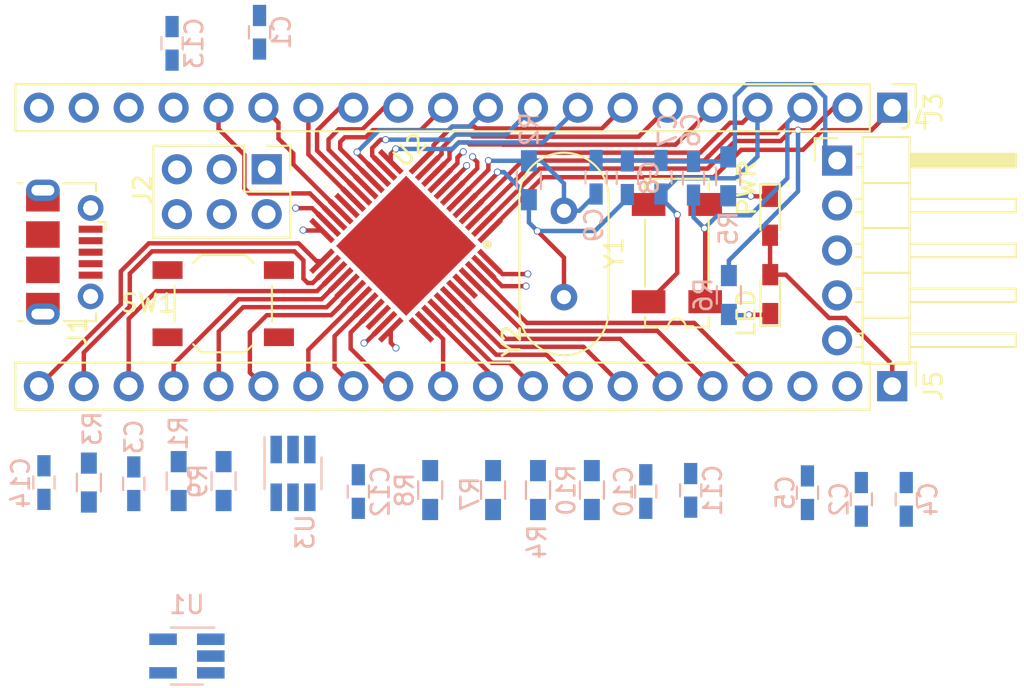
<source format=kicad_pcb>
(kicad_pcb (version 4) (host pcbnew 4.0.7)

  (general
    (links 133)
    (no_connects 80)
    (area 72.209 95.590571 132.431858 138.615)
    (thickness 1.6)
    (drawings 0)
    (tracks 341)
    (zones 0)
    (modules 37)
    (nets 55)
  )

  (page A4)
  (layers
    (0 F.Cu signal)
    (31 B.Cu signal)
    (32 B.Adhes user)
    (33 F.Adhes user)
    (34 B.Paste user)
    (35 F.Paste user hide)
    (36 B.SilkS user)
    (37 F.SilkS user)
    (38 B.Mask user)
    (39 F.Mask user)
    (40 Dwgs.User user)
    (41 Cmts.User user)
    (42 Eco1.User user)
    (43 Eco2.User user)
    (44 Edge.Cuts user)
    (45 Margin user)
    (46 B.CrtYd user)
    (47 F.CrtYd user)
    (48 B.Fab user hide)
    (49 F.Fab user hide)
  )

  (setup
    (last_trace_width 0.25)
    (trace_clearance 0.2)
    (zone_clearance 0.508)
    (zone_45_only no)
    (trace_min 0.2)
    (segment_width 0.2)
    (edge_width 0.15)
    (via_size 0.6)
    (via_drill 0.4)
    (via_min_size 0.4)
    (via_min_drill 0.3)
    (user_via 0.4 0.3)
    (uvia_size 0.3)
    (uvia_drill 0.1)
    (uvias_allowed no)
    (uvia_min_size 0.2)
    (uvia_min_drill 0.1)
    (pcb_text_width 0.3)
    (pcb_text_size 1.5 1.5)
    (mod_edge_width 0.15)
    (mod_text_size 1 1)
    (mod_text_width 0.15)
    (pad_size 1.3 1.9)
    (pad_drill 0)
    (pad_to_mask_clearance 0.2)
    (aux_axis_origin 0 0)
    (grid_origin 105.3 106.54)
    (visible_elements 7FFFFFFF)
    (pcbplotparams
      (layerselection 0x00030_80000001)
      (usegerberextensions false)
      (excludeedgelayer true)
      (linewidth 0.100000)
      (plotframeref false)
      (viasonmask false)
      (mode 1)
      (useauxorigin false)
      (hpglpennumber 1)
      (hpglpenspeed 20)
      (hpglpendiameter 15)
      (hpglpenoverlay 2)
      (psnegative false)
      (psa4output false)
      (plotreference true)
      (plotvalue true)
      (plotinvisibletext false)
      (padsonsilk false)
      (subtractmaskfromsilk false)
      (outputformat 1)
      (mirror false)
      (drillshape 1)
      (scaleselection 1)
      (outputdirectory ""))
  )

  (net 0 "")
  (net 1 +5V)
  (net 2 GND)
  (net 3 "Net-(C2-Pad1)")
  (net 4 /RESET)
  (net 5 VCC)
  (net 6 /PC14)
  (net 7 /PC15)
  (net 8 /OSCIN)
  (net 9 /OSCOUT)
  (net 10 "Net-(D1-Pad1)")
  (net 11 "Net-(D2-Pad1)")
  (net 12 "Net-(J2-Pad3)")
  (net 13 "Net-(J2-Pad4)")
  (net 14 /VBAT)
  (net 15 /PC13)
  (net 16 /PA0)
  (net 17 /PA1)
  (net 18 /PA2)
  (net 19 /PA3)
  (net 20 /PA4)
  (net 21 /PA5)
  (net 22 /PA6)
  (net 23 /PA7)
  (net 24 /PB0)
  (net 25 /PB1)
  (net 26 /PB10)
  (net 27 /PB11)
  (net 28 /SWDCLK)
  (net 29 /SWDIO)
  (net 30 /PB9)
  (net 31 /PB8)
  (net 32 /PB7)
  (net 33 /PB6)
  (net 34 /PB5)
  (net 35 /PB4)
  (net 36 /PB3)
  (net 37 /PA15)
  (net 38 /PA12)
  (net 39 /PA11)
  (net 40 /PA10)
  (net 41 /PA9)
  (net 42 /PA8)
  (net 43 /PB15)
  (net 44 /PB14)
  (net 45 /PB13)
  (net 46 /PB12)
  (net 47 "Net-(R3-Pad1)")
  (net 48 "Net-(R10-Pad1)")
  (net 49 /BOOT0)
  (net 50 /BOOT1)
  (net 51 "Net-(J1-Pad6)")
  (net 52 /D-)
  (net 53 /ID)
  (net 54 /D+)

  (net_class Default "This is the default net class."
    (clearance 0.2)
    (trace_width 0.25)
    (via_dia 0.6)
    (via_drill 0.4)
    (uvia_dia 0.3)
    (uvia_drill 0.1)
  )

  (net_class new ""
    (clearance 0.2)
    (trace_width 0.25)
    (via_dia 0.4)
    (via_drill 0.3)
    (uvia_dia 0.3)
    (uvia_drill 0.1)
    (add_net +5V)
    (add_net /BOOT0)
    (add_net /BOOT1)
    (add_net /D+)
    (add_net /D-)
    (add_net /ID)
    (add_net /OSCIN)
    (add_net /OSCOUT)
    (add_net /PA0)
    (add_net /PA1)
    (add_net /PA10)
    (add_net /PA11)
    (add_net /PA12)
    (add_net /PA15)
    (add_net /PA2)
    (add_net /PA3)
    (add_net /PA4)
    (add_net /PA5)
    (add_net /PA6)
    (add_net /PA7)
    (add_net /PA8)
    (add_net /PA9)
    (add_net /PB0)
    (add_net /PB1)
    (add_net /PB10)
    (add_net /PB11)
    (add_net /PB12)
    (add_net /PB13)
    (add_net /PB14)
    (add_net /PB15)
    (add_net /PB3)
    (add_net /PB4)
    (add_net /PB5)
    (add_net /PB6)
    (add_net /PB7)
    (add_net /PB8)
    (add_net /PB9)
    (add_net /PC13)
    (add_net /PC14)
    (add_net /PC15)
    (add_net /RESET)
    (add_net /SWDCLK)
    (add_net /SWDIO)
    (add_net /VBAT)
    (add_net GND)
    (add_net "Net-(C2-Pad1)")
    (add_net "Net-(D1-Pad1)")
    (add_net "Net-(D2-Pad1)")
    (add_net "Net-(J1-Pad6)")
    (add_net "Net-(J2-Pad3)")
    (add_net "Net-(J2-Pad4)")
    (add_net "Net-(R10-Pad1)")
    (add_net "Net-(R3-Pad1)")
    (add_net VCC)
  )

  (module Pin_Headers:Pin_Header_Straight_1x20_Pitch2.54mm (layer F.Cu) (tedit 59650532) (tstamp 59DB8A0C)
    (at 124.318 103.628 270)
    (descr "Through hole straight pin header, 1x20, 2.54mm pitch, single row")
    (tags "Through hole pin header THT 1x20 2.54mm single row")
    (path /59D390CF)
    (fp_text reference J3 (at 0 -2.33 270) (layer F.SilkS)
      (effects (font (size 1 1) (thickness 0.15)))
    )
    (fp_text value Conn_01x20_des (at 0 50.59 270) (layer F.Fab)
      (effects (font (size 1 1) (thickness 0.15)))
    )
    (fp_line (start -0.635 -1.27) (end 1.27 -1.27) (layer F.Fab) (width 0.1))
    (fp_line (start 1.27 -1.27) (end 1.27 49.53) (layer F.Fab) (width 0.1))
    (fp_line (start 1.27 49.53) (end -1.27 49.53) (layer F.Fab) (width 0.1))
    (fp_line (start -1.27 49.53) (end -1.27 -0.635) (layer F.Fab) (width 0.1))
    (fp_line (start -1.27 -0.635) (end -0.635 -1.27) (layer F.Fab) (width 0.1))
    (fp_line (start -1.33 49.59) (end 1.33 49.59) (layer F.SilkS) (width 0.12))
    (fp_line (start -1.33 1.27) (end -1.33 49.59) (layer F.SilkS) (width 0.12))
    (fp_line (start 1.33 1.27) (end 1.33 49.59) (layer F.SilkS) (width 0.12))
    (fp_line (start -1.33 1.27) (end 1.33 1.27) (layer F.SilkS) (width 0.12))
    (fp_line (start -1.33 0) (end -1.33 -1.33) (layer F.SilkS) (width 0.12))
    (fp_line (start -1.33 -1.33) (end 0 -1.33) (layer F.SilkS) (width 0.12))
    (fp_line (start -1.8 -1.8) (end -1.8 50.05) (layer F.CrtYd) (width 0.05))
    (fp_line (start -1.8 50.05) (end 1.8 50.05) (layer F.CrtYd) (width 0.05))
    (fp_line (start 1.8 50.05) (end 1.8 -1.8) (layer F.CrtYd) (width 0.05))
    (fp_line (start 1.8 -1.8) (end -1.8 -1.8) (layer F.CrtYd) (width 0.05))
    (fp_text user %R (at 0 24.13 360) (layer F.Fab)
      (effects (font (size 1 1) (thickness 0.15)))
    )
    (pad 1 thru_hole rect (at 0 0 270) (size 1.7 1.7) (drill 1) (layers *.Cu *.Mask)
      (net 14 /VBAT))
    (pad 2 thru_hole oval (at 0 2.54 270) (size 1.7 1.7) (drill 1) (layers *.Cu *.Mask)
      (net 15 /PC13))
    (pad 3 thru_hole oval (at 0 5.08 270) (size 1.7 1.7) (drill 1) (layers *.Cu *.Mask)
      (net 6 /PC14))
    (pad 4 thru_hole oval (at 0 7.62 270) (size 1.7 1.7) (drill 1) (layers *.Cu *.Mask)
      (net 7 /PC15))
    (pad 5 thru_hole oval (at 0 10.16 270) (size 1.7 1.7) (drill 1) (layers *.Cu *.Mask)
      (net 16 /PA0))
    (pad 6 thru_hole oval (at 0 12.7 270) (size 1.7 1.7) (drill 1) (layers *.Cu *.Mask)
      (net 17 /PA1))
    (pad 7 thru_hole oval (at 0 15.24 270) (size 1.7 1.7) (drill 1) (layers *.Cu *.Mask)
      (net 18 /PA2))
    (pad 8 thru_hole oval (at 0 17.78 270) (size 1.7 1.7) (drill 1) (layers *.Cu *.Mask)
      (net 19 /PA3))
    (pad 9 thru_hole oval (at 0 20.32 270) (size 1.7 1.7) (drill 1) (layers *.Cu *.Mask)
      (net 20 /PA4))
    (pad 10 thru_hole oval (at 0 22.86 270) (size 1.7 1.7) (drill 1) (layers *.Cu *.Mask)
      (net 21 /PA5))
    (pad 11 thru_hole oval (at 0 25.4 270) (size 1.7 1.7) (drill 1) (layers *.Cu *.Mask)
      (net 22 /PA6))
    (pad 12 thru_hole oval (at 0 27.94 270) (size 1.7 1.7) (drill 1) (layers *.Cu *.Mask)
      (net 23 /PA7))
    (pad 13 thru_hole oval (at 0 30.48 270) (size 1.7 1.7) (drill 1) (layers *.Cu *.Mask)
      (net 24 /PB0))
    (pad 14 thru_hole oval (at 0 33.02 270) (size 1.7 1.7) (drill 1) (layers *.Cu *.Mask)
      (net 25 /PB1))
    (pad 15 thru_hole oval (at 0 35.56 270) (size 1.7 1.7) (drill 1) (layers *.Cu *.Mask)
      (net 26 /PB10))
    (pad 16 thru_hole oval (at 0 38.1 270) (size 1.7 1.7) (drill 1) (layers *.Cu *.Mask)
      (net 27 /PB11))
    (pad 17 thru_hole oval (at 0 40.64 270) (size 1.7 1.7) (drill 1) (layers *.Cu *.Mask)
      (net 4 /RESET))
    (pad 18 thru_hole oval (at 0 43.18 270) (size 1.7 1.7) (drill 1) (layers *.Cu *.Mask)
      (net 5 VCC))
    (pad 19 thru_hole oval (at 0 45.72 270) (size 1.7 1.7) (drill 1) (layers *.Cu *.Mask)
      (net 2 GND))
    (pad 20 thru_hole oval (at 0 48.26 270) (size 1.7 1.7) (drill 1) (layers *.Cu *.Mask)
      (net 2 GND))
    (model ${KISYS3DMOD}/Pin_Headers.3dshapes/Pin_Header_Straight_1x20_Pitch2.54mm.wrl
      (at (xyz 0 0 0))
      (scale (xyz 1 1 1))
      (rotate (xyz 0 0 0))
    )
  )

  (module Crystals:Crystal_SMD_SeikoEpson_MC306-4pin_8.0x3.2mm (layer F.Cu) (tedit 59DC9B59) (tstamp 59DC9A60)
    (at 112.14 111.85 90)
    (descr "SMD Crystal Seiko Epson MC-306 https://support.epson.biz/td/api/doc_check.php?dl=brief_MC-306_en.pdf, 8.0x3.2mm^2 package")
    (tags "SMD SMT crystal")
    (path /59D2B76B)
    (attr smd)
    (fp_text reference Y1 (at 0 -3.55 90) (layer F.SilkS)
      (effects (font (size 1 1) (thickness 0.15)))
    )
    (fp_text value 32.786K (at 0 3.55 90) (layer F.Fab)
      (effects (font (size 1 1) (thickness 0.15)))
    )
    (fp_text user %R (at 0 0 90) (layer F.Fab)
      (effects (font (size 1 1) (thickness 0.15)))
    )
    (fp_line (start -4 -0.5) (end -4 -1.6) (layer F.Fab) (width 0.1))
    (fp_line (start -4 -1.6) (end 4 -1.6) (layer F.Fab) (width 0.1))
    (fp_line (start 4 -1.6) (end 4 1.6) (layer F.Fab) (width 0.1))
    (fp_line (start 4 1.6) (end -4 1.6) (layer F.Fab) (width 0.1))
    (fp_line (start -4 1.6) (end -4 0.5) (layer F.Fab) (width 0.1))
    (fp_line (start 3.6 -1.8) (end 4.2 -1.8) (layer F.SilkS) (width 0.12))
    (fp_line (start 4.2 -1.8) (end 4.2 1.8) (layer F.SilkS) (width 0.12))
    (fp_line (start 4.2 1.8) (end 3.6 1.8) (layer F.SilkS) (width 0.12))
    (fp_line (start -1.9 -1.8) (end 1.9 -1.8) (layer F.SilkS) (width 0.12))
    (fp_line (start -4.2 -0.5) (end -4.2 -1.8) (layer F.SilkS) (width 0.12))
    (fp_line (start -4.2 1.8) (end -4.2 0.5) (layer F.SilkS) (width 0.12))
    (fp_line (start -4.2 -1.8) (end -3.6 -1.8) (layer F.SilkS) (width 0.12))
    (fp_line (start -4.2 1.8) (end -3.6 1.8) (layer F.SilkS) (width 0.12))
    (fp_line (start 1.9 1.8) (end -1.9 1.8) (layer F.SilkS) (width 0.12))
    (fp_line (start -4.3 -2.8) (end -4.3 2.8) (layer F.CrtYd) (width 0.05))
    (fp_line (start -4.3 2.8) (end 4.3 2.8) (layer F.CrtYd) (width 0.05))
    (fp_line (start 4.3 2.8) (end 4.3 -2.8) (layer F.CrtYd) (width 0.05))
    (fp_line (start 4.3 -2.8) (end -4.3 -2.8) (layer F.CrtYd) (width 0.05))
    (fp_arc (start -4 0) (end -4 -0.5) (angle 180) (layer F.Fab) (width 0.1))
    (fp_arc (start -4.2 0) (end -4.2 -0.5) (angle 180) (layer F.SilkS) (width 0.12))
    (pad 1 smd rect (at -2.75 1.6 90) (size 1.3 1.9) (layers F.Cu F.Paste F.Mask)
      (net 6 /PC14))
    (pad 2 smd rect (at 2.75 1.6 90) (size 1.3 1.9) (layers F.Cu F.Paste F.Mask)
      (net 7 /PC15))
    (pad 3 smd rect (at 2.75 -1.6 90) (size 1.3 1.9) (layers F.Cu F.Paste F.Mask))
    (pad 4 smd rect (at -2.75 -1.6 90) (size 1.3 1.9) (layers F.Cu F.Paste F.Mask))
    (model ${KISYS3DMOD}/Crystals.3dshapes/Crystal_SMD_SeikoEpson_MC306-4pin_8.0x3.2mm.wrl
      (at (xyz 0 0 0))
      (scale (xyz 1 1 1))
      (rotate (xyz 0 0 0))
    )
  )

  (module UFQFPN48:UFQFPN48 (layer F.Cu) (tedit 59DC85D9) (tstamp 59DC8EFF)
    (at 96.825 111.44 225)
    (path /59D25914)
    (fp_text reference U2 (at -3.995153 3.676955 225) (layer F.SilkS)
      (effects (font (size 1 1) (thickness 0.15)))
    )
    (fp_text value STM32F401CCT6 (at -0.477297 0.704985 225) (layer F.Fab)
      (effects (font (size 1 1) (thickness 0.15)))
    )
    (fp_circle (center -3.3 -3.2) (end -3.23 -3.22) (layer F.Cu) (width 0.15))
    (fp_circle (center -3.3 -3.2) (end -3.23 -3.22) (layer F.SilkS) (width 0.15))
    (pad 0 smd trapezoid (at 0 0 225) (size 5.6 5.6) (layers F.Cu F.Paste F.Mask))
    (pad 48 smd trapezoid (at -2.725 -3.975 225) (size 0.3 1.75) (layers F.Cu F.Paste F.Mask)
      (net 5 VCC))
    (pad 47 smd trapezoid (at -2.25 -3.975 225) (size 0.3 1.75) (layers F.Cu F.Paste F.Mask)
      (net 2 GND))
    (pad 46 smd trapezoid (at -1.75 -3.975 225) (size 0.3 1.75) (layers F.Cu F.Paste F.Mask)
      (net 30 /PB9))
    (pad 45 smd trapezoid (at -1.25 -3.975 225) (size 0.3 1.75) (layers F.Cu F.Paste F.Mask)
      (net 31 /PB8))
    (pad 44 smd trapezoid (at -0.75 -3.975 225) (size 0.3 1.75) (layers F.Cu F.Paste F.Mask)
      (net 49 /BOOT0))
    (pad 43 smd trapezoid (at -0.25 -3.975 45) (size 0.3 1.75) (layers F.Cu F.Paste F.Mask)
      (net 32 /PB7))
    (pad 42 smd trapezoid (at 0.25 -3.975 225) (size 0.3 1.75) (layers F.Cu F.Paste F.Mask)
      (net 33 /PB6))
    (pad 41 smd trapezoid (at 0.75 -3.975 225) (size 0.3 1.75) (layers F.Cu F.Paste F.Mask)
      (net 34 /PB5))
    (pad 40 smd trapezoid (at 1.25 -3.975 225) (size 0.3 1.75) (layers F.Cu F.Paste F.Mask)
      (net 35 /PB4))
    (pad 39 smd trapezoid (at 1.75 -3.975 225) (size 0.3 1.75) (layers F.Cu F.Paste F.Mask)
      (net 36 /PB3))
    (pad 38 smd trapezoid (at 2.25 -3.975 225) (size 0.3 1.75) (layers F.Cu F.Paste F.Mask)
      (net 37 /PA15))
    (pad 37 smd trapezoid (at 2.75 -3.975 225) (size 0.3 1.75) (layers F.Cu F.Paste F.Mask)
      (net 28 /SWDCLK))
    (pad 7 smd trapezoid (at -3.975 0.25 315) (size 0.3 1.75) (layers F.Cu F.Paste F.Mask)
      (net 4 /RESET))
    (pad 6 smd trapezoid (at -3.975 -0.25 315) (size 0.3 1.75) (layers F.Cu F.Paste F.Mask)
      (net 9 /OSCOUT))
    (pad 5 smd trapezoid (at -3.975 -0.75 315) (size 0.3 1.75) (layers F.Cu F.Paste F.Mask)
      (net 8 /OSCIN))
    (pad 4 smd trapezoid (at -3.975 -1.25 315) (size 0.3 1.75) (layers F.Cu F.Paste F.Mask)
      (net 7 /PC15))
    (pad 3 smd trapezoid (at -3.975 -1.75 315) (size 0.3 1.75) (layers F.Cu F.Paste F.Mask)
      (net 6 /PC14))
    (pad 2 smd trapezoid (at -3.975 -2.25 315) (size 0.3 1.75) (layers F.Cu F.Paste F.Mask)
      (net 15 /PC13))
    (pad 8 smd trapezoid (at -3.975 0.75 315) (size 0.3 1.75) (layers F.Cu F.Paste F.Mask)
      (net 2 GND))
    (pad 1 smd trapezoid (at -3.975 -2.75 315) (size 0.3 1.75) (layers F.Cu F.Paste F.Mask)
      (net 14 /VBAT))
    (pad 9 smd trapezoid (at -3.975 1.25 315) (size 0.3 1.75) (layers F.Cu F.Paste F.Mask)
      (net 5 VCC))
    (pad 10 smd trapezoid (at -3.975 1.75 315) (size 0.3 1.75) (layers F.Cu F.Paste F.Mask)
      (net 16 /PA0))
    (pad 11 smd trapezoid (at -3.975 2.25 315) (size 0.3 1.75) (layers F.Cu F.Paste F.Mask)
      (net 17 /PA1))
    (pad 12 smd trapezoid (at -3.975 2.75 315) (size 0.3 1.75) (layers F.Cu F.Paste F.Mask)
      (net 18 /PA2))
    (pad 19 smd trapezoid (at 0.25 3.975 225) (size 0.3 1.75) (layers F.Cu F.Paste F.Mask)
      (net 25 /PB1))
    (pad 18 smd trapezoid (at -0.25 3.975 225) (size 0.3 1.75) (layers F.Cu F.Paste F.Mask)
      (net 24 /PB0))
    (pad 17 smd trapezoid (at -0.75 3.975 225) (size 0.3 1.75) (layers F.Cu F.Paste F.Mask)
      (net 23 /PA7))
    (pad 16 smd trapezoid (at -1.25 3.975 225) (size 0.3 1.75) (layers F.Cu F.Paste F.Mask)
      (net 22 /PA6))
    (pad 15 smd trapezoid (at -1.75 3.975 225) (size 0.3 1.75) (layers F.Cu F.Paste F.Mask)
      (net 21 /PA5))
    (pad 14 smd trapezoid (at -2.25 3.975 225) (size 0.3 1.75) (layers F.Cu F.Paste F.Mask)
      (net 20 /PA4))
    (pad 13 smd trapezoid (at -2.75 3.975 225) (size 0.3 1.75) (layers F.Cu F.Paste F.Mask)
      (net 19 /PA3))
    (pad 20 smd trapezoid (at 0.75 3.975 225) (size 0.3 1.75) (layers F.Cu F.Paste F.Mask)
      (net 50 /BOOT1))
    (pad 21 smd trapezoid (at 1.25 3.975 225) (size 0.3 1.75) (layers F.Cu F.Paste F.Mask)
      (net 26 /PB10))
    (pad 22 smd trapezoid (at 1.75 3.975 225) (size 0.3 1.75) (layers F.Cu F.Paste F.Mask)
      (net 27 /PB11))
    (pad 23 smd trapezoid (at 2.25 3.975 225) (size 0.3 1.75) (layers F.Cu F.Paste F.Mask)
      (net 2 GND))
    (pad 24 smd trapezoid (at 2.75 3.975 225) (size 0.3 1.75) (layers F.Cu F.Paste F.Mask)
      (net 5 VCC))
    (pad 31 smd trapezoid (at 3.975 -0.25 315) (size 0.3 1.75) (layers F.Cu F.Paste F.Mask)
      (net 40 /PA10))
    (pad 30 smd trapezoid (at 3.975 0.25 315) (size 0.3 1.75) (layers F.Cu F.Paste F.Mask)
      (net 41 /PA9))
    (pad 32 smd trapezoid (at 3.975 -0.75 315) (size 0.3 1.75) (layers F.Cu F.Paste F.Mask)
      (net 39 /PA11))
    (pad 33 smd trapezoid (at 3.975 -1.25 315) (size 0.3 1.75) (layers F.Cu F.Paste F.Mask)
      (net 38 /PA12))
    (pad 34 smd trapezoid (at 3.975 -1.75 315) (size 0.3 1.75) (layers F.Cu F.Paste F.Mask)
      (net 29 /SWDIO))
    (pad 35 smd trapezoid (at 3.975 -2.25 315) (size 0.3 1.75) (layers F.Cu F.Paste F.Mask)
      (net 2 GND))
    (pad 36 smd trapezoid (at 3.975 -2.75 315) (size 0.3 1.75) (layers F.Cu F.Paste F.Mask)
      (net 5 VCC))
    (pad 29 smd trapezoid (at 3.975 0.75 315) (size 0.3 1.75) (layers F.Cu F.Paste F.Mask)
      (net 42 /PA8))
    (pad 28 smd trapezoid (at 3.975 1.25 315) (size 0.3 1.75) (layers F.Cu F.Paste F.Mask)
      (net 43 /PB15))
    (pad 27 smd trapezoid (at 3.975 1.75 315) (size 0.3 1.75) (layers F.Cu F.Paste F.Mask)
      (net 44 /PB14))
    (pad 26 smd trapezoid (at 3.975 2.25 315) (size 0.3 1.75) (layers F.Cu F.Paste F.Mask)
      (net 45 /PB13))
    (pad 25 smd trapezoid (at 3.975 2.75 315) (size 0.3 1.75) (layers F.Cu F.Paste F.Mask)
      (net 46 /PB12))
  )

  (module TO_SOT_Packages_SMD:SOT-23-5_HandSoldering (layer B.Cu) (tedit 58CE4E7E) (tstamp 59D75E26)
    (at 84.43 134.64 180)
    (descr "5-pin SOT23 package")
    (tags "SOT-23-5 hand-soldering")
    (path /59D35F76)
    (attr smd)
    (fp_text reference U1 (at 0 2.9 180) (layer B.SilkS)
      (effects (font (size 1 1) (thickness 0.15)) (justify mirror))
    )
    (fp_text value MIC5219-3.3 (at 0 -2.9 180) (layer B.Fab)
      (effects (font (size 1 1) (thickness 0.15)) (justify mirror))
    )
    (fp_text user %R (at 0 0 450) (layer B.Fab)
      (effects (font (size 0.5 0.5) (thickness 0.075)) (justify mirror))
    )
    (fp_line (start -0.9 -1.61) (end 0.9 -1.61) (layer B.SilkS) (width 0.12))
    (fp_line (start 0.9 1.61) (end -1.55 1.61) (layer B.SilkS) (width 0.12))
    (fp_line (start -0.9 0.9) (end -0.25 1.55) (layer B.Fab) (width 0.1))
    (fp_line (start 0.9 1.55) (end -0.25 1.55) (layer B.Fab) (width 0.1))
    (fp_line (start -0.9 0.9) (end -0.9 -1.55) (layer B.Fab) (width 0.1))
    (fp_line (start 0.9 -1.55) (end -0.9 -1.55) (layer B.Fab) (width 0.1))
    (fp_line (start 0.9 1.55) (end 0.9 -1.55) (layer B.Fab) (width 0.1))
    (fp_line (start -2.38 1.8) (end 2.38 1.8) (layer B.CrtYd) (width 0.05))
    (fp_line (start -2.38 1.8) (end -2.38 -1.8) (layer B.CrtYd) (width 0.05))
    (fp_line (start 2.38 -1.8) (end 2.38 1.8) (layer B.CrtYd) (width 0.05))
    (fp_line (start 2.38 -1.8) (end -2.38 -1.8) (layer B.CrtYd) (width 0.05))
    (pad 1 smd rect (at -1.35 0.95 180) (size 1.56 0.65) (layers B.Cu B.Paste B.Mask)
      (net 1 +5V))
    (pad 2 smd rect (at -1.35 0 180) (size 1.56 0.65) (layers B.Cu B.Paste B.Mask)
      (net 2 GND))
    (pad 3 smd rect (at -1.35 -0.95 180) (size 1.56 0.65) (layers B.Cu B.Paste B.Mask)
      (net 1 +5V))
    (pad 4 smd rect (at 1.35 -0.95 180) (size 1.56 0.65) (layers B.Cu B.Paste B.Mask)
      (net 3 "Net-(C2-Pad1)"))
    (pad 5 smd rect (at 1.35 0.95 180) (size 1.56 0.65) (layers B.Cu B.Paste B.Mask)
      (net 5 VCC))
    (model ${KISYS3DMOD}/TO_SOT_Packages_SMD.3dshapes\SOT-23-5.wrl
      (at (xyz 0 0 0))
      (scale (xyz 1 1 1))
      (rotate (xyz 0 0 0))
    )
  )

  (module Capacitors_SMD:C_0603_HandSoldering (layer B.Cu) (tedit 58AA848B) (tstamp 59D75D44)
    (at 88.536 99.362 90)
    (descr "Capacitor SMD 0603, hand soldering")
    (tags "capacitor 0603")
    (path /59D36775)
    (attr smd)
    (fp_text reference C1 (at 0 1.25 90) (layer B.SilkS)
      (effects (font (size 1 1) (thickness 0.15)) (justify mirror))
    )
    (fp_text value 223,0603 (at 0 -1.5 90) (layer B.Fab)
      (effects (font (size 1 1) (thickness 0.15)) (justify mirror))
    )
    (fp_text user %R (at 0 1.25 90) (layer B.Fab)
      (effects (font (size 1 1) (thickness 0.15)) (justify mirror))
    )
    (fp_line (start -0.8 -0.4) (end -0.8 0.4) (layer B.Fab) (width 0.1))
    (fp_line (start 0.8 -0.4) (end -0.8 -0.4) (layer B.Fab) (width 0.1))
    (fp_line (start 0.8 0.4) (end 0.8 -0.4) (layer B.Fab) (width 0.1))
    (fp_line (start -0.8 0.4) (end 0.8 0.4) (layer B.Fab) (width 0.1))
    (fp_line (start -0.35 0.6) (end 0.35 0.6) (layer B.SilkS) (width 0.12))
    (fp_line (start 0.35 -0.6) (end -0.35 -0.6) (layer B.SilkS) (width 0.12))
    (fp_line (start -1.8 0.65) (end 1.8 0.65) (layer B.CrtYd) (width 0.05))
    (fp_line (start -1.8 0.65) (end -1.8 -0.65) (layer B.CrtYd) (width 0.05))
    (fp_line (start 1.8 -0.65) (end 1.8 0.65) (layer B.CrtYd) (width 0.05))
    (fp_line (start 1.8 -0.65) (end -1.8 -0.65) (layer B.CrtYd) (width 0.05))
    (pad 1 smd rect (at -0.95 0 90) (size 1.2 0.75) (layers B.Cu B.Paste B.Mask)
      (net 1 +5V))
    (pad 2 smd rect (at 0.95 0 90) (size 1.2 0.75) (layers B.Cu B.Paste B.Mask)
      (net 2 GND))
    (model Capacitors_SMD.3dshapes/C_0603.wrl
      (at (xyz 0 0 0))
      (scale (xyz 1 1 1))
      (rotate (xyz 0 0 0))
    )
  )

  (module Capacitors_SMD:C_0603_HandSoldering (layer B.Cu) (tedit 58AA848B) (tstamp 59D75D4A)
    (at 122.572 125.778 270)
    (descr "Capacitor SMD 0603, hand soldering")
    (tags "capacitor 0603")
    (path /59D36801)
    (attr smd)
    (fp_text reference C2 (at 0 1.25 270) (layer B.SilkS)
      (effects (font (size 1 1) (thickness 0.15)) (justify mirror))
    )
    (fp_text value 223,0603 (at 0 -1.5 270) (layer B.Fab)
      (effects (font (size 1 1) (thickness 0.15)) (justify mirror))
    )
    (fp_text user %R (at 0 1.25 270) (layer B.Fab)
      (effects (font (size 1 1) (thickness 0.15)) (justify mirror))
    )
    (fp_line (start -0.8 -0.4) (end -0.8 0.4) (layer B.Fab) (width 0.1))
    (fp_line (start 0.8 -0.4) (end -0.8 -0.4) (layer B.Fab) (width 0.1))
    (fp_line (start 0.8 0.4) (end 0.8 -0.4) (layer B.Fab) (width 0.1))
    (fp_line (start -0.8 0.4) (end 0.8 0.4) (layer B.Fab) (width 0.1))
    (fp_line (start -0.35 0.6) (end 0.35 0.6) (layer B.SilkS) (width 0.12))
    (fp_line (start 0.35 -0.6) (end -0.35 -0.6) (layer B.SilkS) (width 0.12))
    (fp_line (start -1.8 0.65) (end 1.8 0.65) (layer B.CrtYd) (width 0.05))
    (fp_line (start -1.8 0.65) (end -1.8 -0.65) (layer B.CrtYd) (width 0.05))
    (fp_line (start 1.8 -0.65) (end 1.8 0.65) (layer B.CrtYd) (width 0.05))
    (fp_line (start 1.8 -0.65) (end -1.8 -0.65) (layer B.CrtYd) (width 0.05))
    (pad 1 smd rect (at -0.95 0 270) (size 1.2 0.75) (layers B.Cu B.Paste B.Mask)
      (net 3 "Net-(C2-Pad1)"))
    (pad 2 smd rect (at 0.95 0 270) (size 1.2 0.75) (layers B.Cu B.Paste B.Mask)
      (net 2 GND))
    (model Capacitors_SMD.3dshapes/C_0603.wrl
      (at (xyz 0 0 0))
      (scale (xyz 1 1 1))
      (rotate (xyz 0 0 0))
    )
  )

  (module Capacitors_SMD:C_0603_HandSoldering (layer B.Cu) (tedit 58AA848B) (tstamp 59D75D50)
    (at 81.424 124.894 90)
    (descr "Capacitor SMD 0603, hand soldering")
    (tags "capacitor 0603")
    (path /59D26968)
    (attr smd)
    (fp_text reference C3 (at 2.65 0.02 270) (layer B.SilkS)
      (effects (font (size 1 1) (thickness 0.15)) (justify mirror))
    )
    (fp_text value 105,0603 (at 0 -1.5 90) (layer B.Fab)
      (effects (font (size 1 1) (thickness 0.15)) (justify mirror))
    )
    (fp_text user %R (at 0 1.25 90) (layer B.Fab)
      (effects (font (size 1 1) (thickness 0.15)) (justify mirror))
    )
    (fp_line (start -0.8 -0.4) (end -0.8 0.4) (layer B.Fab) (width 0.1))
    (fp_line (start 0.8 -0.4) (end -0.8 -0.4) (layer B.Fab) (width 0.1))
    (fp_line (start 0.8 0.4) (end 0.8 -0.4) (layer B.Fab) (width 0.1))
    (fp_line (start -0.8 0.4) (end 0.8 0.4) (layer B.Fab) (width 0.1))
    (fp_line (start -0.35 0.6) (end 0.35 0.6) (layer B.SilkS) (width 0.12))
    (fp_line (start 0.35 -0.6) (end -0.35 -0.6) (layer B.SilkS) (width 0.12))
    (fp_line (start -1.8 0.65) (end 1.8 0.65) (layer B.CrtYd) (width 0.05))
    (fp_line (start -1.8 0.65) (end -1.8 -0.65) (layer B.CrtYd) (width 0.05))
    (fp_line (start 1.8 -0.65) (end 1.8 0.65) (layer B.CrtYd) (width 0.05))
    (fp_line (start 1.8 -0.65) (end -1.8 -0.65) (layer B.CrtYd) (width 0.05))
    (pad 1 smd rect (at -0.95 0 90) (size 1.2 0.75) (layers B.Cu B.Paste B.Mask)
      (net 4 /RESET))
    (pad 2 smd rect (at 0.95 0 90) (size 1.2 0.75) (layers B.Cu B.Paste B.Mask)
      (net 2 GND))
    (model Capacitors_SMD.3dshapes/C_0603.wrl
      (at (xyz 0 0 0))
      (scale (xyz 1 1 1))
      (rotate (xyz 0 0 0))
    )
  )

  (module Capacitors_SMD:C_0603_HandSoldering (layer B.Cu) (tedit 58AA848B) (tstamp 59D75D56)
    (at 125.112 125.778 90)
    (descr "Capacitor SMD 0603, hand soldering")
    (tags "capacitor 0603")
    (path /59D37775)
    (attr smd)
    (fp_text reference C4 (at 0 1.25 90) (layer B.SilkS)
      (effects (font (size 1 1) (thickness 0.15)) (justify mirror))
    )
    (fp_text value 106,0603 (at 0 -1.5 90) (layer B.Fab)
      (effects (font (size 1 1) (thickness 0.15)) (justify mirror))
    )
    (fp_text user %R (at 0 1.25 90) (layer B.Fab)
      (effects (font (size 1 1) (thickness 0.15)) (justify mirror))
    )
    (fp_line (start -0.8 -0.4) (end -0.8 0.4) (layer B.Fab) (width 0.1))
    (fp_line (start 0.8 -0.4) (end -0.8 -0.4) (layer B.Fab) (width 0.1))
    (fp_line (start 0.8 0.4) (end 0.8 -0.4) (layer B.Fab) (width 0.1))
    (fp_line (start -0.8 0.4) (end 0.8 0.4) (layer B.Fab) (width 0.1))
    (fp_line (start -0.35 0.6) (end 0.35 0.6) (layer B.SilkS) (width 0.12))
    (fp_line (start 0.35 -0.6) (end -0.35 -0.6) (layer B.SilkS) (width 0.12))
    (fp_line (start -1.8 0.65) (end 1.8 0.65) (layer B.CrtYd) (width 0.05))
    (fp_line (start -1.8 0.65) (end -1.8 -0.65) (layer B.CrtYd) (width 0.05))
    (fp_line (start 1.8 -0.65) (end 1.8 0.65) (layer B.CrtYd) (width 0.05))
    (fp_line (start 1.8 -0.65) (end -1.8 -0.65) (layer B.CrtYd) (width 0.05))
    (pad 1 smd rect (at -0.95 0 90) (size 1.2 0.75) (layers B.Cu B.Paste B.Mask)
      (net 5 VCC))
    (pad 2 smd rect (at 0.95 0 90) (size 1.2 0.75) (layers B.Cu B.Paste B.Mask)
      (net 2 GND))
    (model Capacitors_SMD.3dshapes/C_0603.wrl
      (at (xyz 0 0 0))
      (scale (xyz 1 1 1))
      (rotate (xyz 0 0 0))
    )
  )

  (module Capacitors_SMD:C_0603_HandSoldering (layer B.Cu) (tedit 58AA848B) (tstamp 59D75D5C)
    (at 119.524 125.402 270)
    (descr "Capacitor SMD 0603, hand soldering")
    (tags "capacitor 0603")
    (path /59D37845)
    (attr smd)
    (fp_text reference C5 (at 0 1.25 270) (layer B.SilkS)
      (effects (font (size 1 1) (thickness 0.15)) (justify mirror))
    )
    (fp_text value 104,0603 (at 0 -1.5 270) (layer B.Fab)
      (effects (font (size 1 1) (thickness 0.15)) (justify mirror))
    )
    (fp_text user %R (at 0 1.25 270) (layer B.Fab)
      (effects (font (size 1 1) (thickness 0.15)) (justify mirror))
    )
    (fp_line (start -0.8 -0.4) (end -0.8 0.4) (layer B.Fab) (width 0.1))
    (fp_line (start 0.8 -0.4) (end -0.8 -0.4) (layer B.Fab) (width 0.1))
    (fp_line (start 0.8 0.4) (end 0.8 -0.4) (layer B.Fab) (width 0.1))
    (fp_line (start -0.8 0.4) (end 0.8 0.4) (layer B.Fab) (width 0.1))
    (fp_line (start -0.35 0.6) (end 0.35 0.6) (layer B.SilkS) (width 0.12))
    (fp_line (start 0.35 -0.6) (end -0.35 -0.6) (layer B.SilkS) (width 0.12))
    (fp_line (start -1.8 0.65) (end 1.8 0.65) (layer B.CrtYd) (width 0.05))
    (fp_line (start -1.8 0.65) (end -1.8 -0.65) (layer B.CrtYd) (width 0.05))
    (fp_line (start 1.8 -0.65) (end 1.8 0.65) (layer B.CrtYd) (width 0.05))
    (fp_line (start 1.8 -0.65) (end -1.8 -0.65) (layer B.CrtYd) (width 0.05))
    (pad 1 smd rect (at -0.95 0 270) (size 1.2 0.75) (layers B.Cu B.Paste B.Mask)
      (net 5 VCC))
    (pad 2 smd rect (at 0.95 0 270) (size 1.2 0.75) (layers B.Cu B.Paste B.Mask)
      (net 2 GND))
    (model Capacitors_SMD.3dshapes/C_0603.wrl
      (at (xyz 0 0 0))
      (scale (xyz 1 1 1))
      (rotate (xyz 0 0 0))
    )
  )

  (module Capacitors_SMD:C_0603_HandSoldering (layer B.Cu) (tedit 58AA848B) (tstamp 59D75D62)
    (at 113.08 107.62 90)
    (descr "Capacitor SMD 0603, hand soldering")
    (tags "capacitor 0603")
    (path /59D28927)
    (attr smd)
    (fp_text reference C6 (at 2.725 -0.15 90) (layer B.SilkS)
      (effects (font (size 1 1) (thickness 0.15)) (justify mirror))
    )
    (fp_text value 20p,0603 (at 0 -1.5 90) (layer B.Fab)
      (effects (font (size 1 1) (thickness 0.15)) (justify mirror))
    )
    (fp_text user %R (at 0 1.25 90) (layer B.Fab)
      (effects (font (size 1 1) (thickness 0.15)) (justify mirror))
    )
    (fp_line (start -0.8 -0.4) (end -0.8 0.4) (layer B.Fab) (width 0.1))
    (fp_line (start 0.8 -0.4) (end -0.8 -0.4) (layer B.Fab) (width 0.1))
    (fp_line (start 0.8 0.4) (end 0.8 -0.4) (layer B.Fab) (width 0.1))
    (fp_line (start -0.8 0.4) (end 0.8 0.4) (layer B.Fab) (width 0.1))
    (fp_line (start -0.35 0.6) (end 0.35 0.6) (layer B.SilkS) (width 0.12))
    (fp_line (start 0.35 -0.6) (end -0.35 -0.6) (layer B.SilkS) (width 0.12))
    (fp_line (start -1.8 0.65) (end 1.8 0.65) (layer B.CrtYd) (width 0.05))
    (fp_line (start -1.8 0.65) (end -1.8 -0.65) (layer B.CrtYd) (width 0.05))
    (fp_line (start 1.8 -0.65) (end 1.8 0.65) (layer B.CrtYd) (width 0.05))
    (fp_line (start 1.8 -0.65) (end -1.8 -0.65) (layer B.CrtYd) (width 0.05))
    (pad 1 smd rect (at -0.95 0 90) (size 1.2 0.75) (layers B.Cu B.Paste B.Mask)
      (net 6 /PC14))
    (pad 2 smd rect (at 0.95 0 90) (size 1.2 0.75) (layers B.Cu B.Paste B.Mask)
      (net 2 GND))
    (model Capacitors_SMD.3dshapes/C_0603.wrl
      (at (xyz 0 0 0))
      (scale (xyz 1 1 1))
      (rotate (xyz 0 0 0))
    )
  )

  (module Capacitors_SMD:C_0603_HandSoldering (layer B.Cu) (tedit 58AA848B) (tstamp 59D75D68)
    (at 111.24 107.56 90)
    (descr "Capacitor SMD 0603, hand soldering")
    (tags "capacitor 0603")
    (path /59D28966)
    (attr smd)
    (fp_text reference C7 (at 2.675 0.375 90) (layer B.SilkS)
      (effects (font (size 1 1) (thickness 0.15)) (justify mirror))
    )
    (fp_text value 20p,0603 (at 0 -1.5 90) (layer B.Fab)
      (effects (font (size 1 1) (thickness 0.15)) (justify mirror))
    )
    (fp_text user %R (at 0 1.25 90) (layer B.Fab)
      (effects (font (size 1 1) (thickness 0.15)) (justify mirror))
    )
    (fp_line (start -0.8 -0.4) (end -0.8 0.4) (layer B.Fab) (width 0.1))
    (fp_line (start 0.8 -0.4) (end -0.8 -0.4) (layer B.Fab) (width 0.1))
    (fp_line (start 0.8 0.4) (end 0.8 -0.4) (layer B.Fab) (width 0.1))
    (fp_line (start -0.8 0.4) (end 0.8 0.4) (layer B.Fab) (width 0.1))
    (fp_line (start -0.35 0.6) (end 0.35 0.6) (layer B.SilkS) (width 0.12))
    (fp_line (start 0.35 -0.6) (end -0.35 -0.6) (layer B.SilkS) (width 0.12))
    (fp_line (start -1.8 0.65) (end 1.8 0.65) (layer B.CrtYd) (width 0.05))
    (fp_line (start -1.8 0.65) (end -1.8 -0.65) (layer B.CrtYd) (width 0.05))
    (fp_line (start 1.8 -0.65) (end 1.8 0.65) (layer B.CrtYd) (width 0.05))
    (fp_line (start 1.8 -0.65) (end -1.8 -0.65) (layer B.CrtYd) (width 0.05))
    (pad 1 smd rect (at -0.95 0 90) (size 1.2 0.75) (layers B.Cu B.Paste B.Mask)
      (net 7 /PC15))
    (pad 2 smd rect (at 0.95 0 90) (size 1.2 0.75) (layers B.Cu B.Paste B.Mask)
      (net 2 GND))
    (model Capacitors_SMD.3dshapes/C_0603.wrl
      (at (xyz 0 0 0))
      (scale (xyz 1 1 1))
      (rotate (xyz 0 0 0))
    )
  )

  (module Capacitors_SMD:C_0603_HandSoldering (layer B.Cu) (tedit 58AA848B) (tstamp 59D75D6E)
    (at 109.34 107.59 90)
    (descr "Capacitor SMD 0603, hand soldering")
    (tags "capacitor 0603")
    (path /59D2BCE8)
    (attr smd)
    (fp_text reference C8 (at 0 1.25 90) (layer B.SilkS)
      (effects (font (size 1 1) (thickness 0.15)) (justify mirror))
    )
    (fp_text value 20p,0603 (at 0 -1.5 90) (layer B.Fab)
      (effects (font (size 1 1) (thickness 0.15)) (justify mirror))
    )
    (fp_text user %R (at 0 1.25 90) (layer B.Fab)
      (effects (font (size 1 1) (thickness 0.15)) (justify mirror))
    )
    (fp_line (start -0.8 -0.4) (end -0.8 0.4) (layer B.Fab) (width 0.1))
    (fp_line (start 0.8 -0.4) (end -0.8 -0.4) (layer B.Fab) (width 0.1))
    (fp_line (start 0.8 0.4) (end 0.8 -0.4) (layer B.Fab) (width 0.1))
    (fp_line (start -0.8 0.4) (end 0.8 0.4) (layer B.Fab) (width 0.1))
    (fp_line (start -0.35 0.6) (end 0.35 0.6) (layer B.SilkS) (width 0.12))
    (fp_line (start 0.35 -0.6) (end -0.35 -0.6) (layer B.SilkS) (width 0.12))
    (fp_line (start -1.8 0.65) (end 1.8 0.65) (layer B.CrtYd) (width 0.05))
    (fp_line (start -1.8 0.65) (end -1.8 -0.65) (layer B.CrtYd) (width 0.05))
    (fp_line (start 1.8 -0.65) (end 1.8 0.65) (layer B.CrtYd) (width 0.05))
    (fp_line (start 1.8 -0.65) (end -1.8 -0.65) (layer B.CrtYd) (width 0.05))
    (pad 1 smd rect (at -0.95 0 90) (size 1.2 0.75) (layers B.Cu B.Paste B.Mask)
      (net 8 /OSCIN))
    (pad 2 smd rect (at 0.95 0 90) (size 1.2 0.75) (layers B.Cu B.Paste B.Mask)
      (net 2 GND))
    (model Capacitors_SMD.3dshapes/C_0603.wrl
      (at (xyz 0 0 0))
      (scale (xyz 1 1 1))
      (rotate (xyz 0 0 0))
    )
  )

  (module Capacitors_SMD:C_0603_HandSoldering (layer B.Cu) (tedit 58AA848B) (tstamp 59D75D74)
    (at 107.57 107.56 90)
    (descr "Capacitor SMD 0603, hand soldering")
    (tags "capacitor 0603")
    (path /59D2BD5A)
    (attr smd)
    (fp_text reference C9 (at -2.7 -0.125 90) (layer B.SilkS)
      (effects (font (size 1 1) (thickness 0.15)) (justify mirror))
    )
    (fp_text value 20p,0603 (at 0 -1.5 90) (layer B.Fab)
      (effects (font (size 1 1) (thickness 0.15)) (justify mirror))
    )
    (fp_text user %R (at 0 1.25 90) (layer B.Fab)
      (effects (font (size 1 1) (thickness 0.15)) (justify mirror))
    )
    (fp_line (start -0.8 -0.4) (end -0.8 0.4) (layer B.Fab) (width 0.1))
    (fp_line (start 0.8 -0.4) (end -0.8 -0.4) (layer B.Fab) (width 0.1))
    (fp_line (start 0.8 0.4) (end 0.8 -0.4) (layer B.Fab) (width 0.1))
    (fp_line (start -0.8 0.4) (end 0.8 0.4) (layer B.Fab) (width 0.1))
    (fp_line (start -0.35 0.6) (end 0.35 0.6) (layer B.SilkS) (width 0.12))
    (fp_line (start 0.35 -0.6) (end -0.35 -0.6) (layer B.SilkS) (width 0.12))
    (fp_line (start -1.8 0.65) (end 1.8 0.65) (layer B.CrtYd) (width 0.05))
    (fp_line (start -1.8 0.65) (end -1.8 -0.65) (layer B.CrtYd) (width 0.05))
    (fp_line (start 1.8 -0.65) (end 1.8 0.65) (layer B.CrtYd) (width 0.05))
    (fp_line (start 1.8 -0.65) (end -1.8 -0.65) (layer B.CrtYd) (width 0.05))
    (pad 1 smd rect (at -0.95 0 90) (size 1.2 0.75) (layers B.Cu B.Paste B.Mask)
      (net 9 /OSCOUT))
    (pad 2 smd rect (at 0.95 0 90) (size 1.2 0.75) (layers B.Cu B.Paste B.Mask)
      (net 2 GND))
    (model Capacitors_SMD.3dshapes/C_0603.wrl
      (at (xyz 0 0 0))
      (scale (xyz 1 1 1))
      (rotate (xyz 0 0 0))
    )
  )

  (module Capacitors_SMD:C_0603_HandSoldering (layer B.Cu) (tedit 58AA848B) (tstamp 59D75D7A)
    (at 110.38 125.336 270)
    (descr "Capacitor SMD 0603, hand soldering")
    (tags "capacitor 0603")
    (path /59D28BD0)
    (attr smd)
    (fp_text reference C10 (at 0 1.25 270) (layer B.SilkS)
      (effects (font (size 1 1) (thickness 0.15)) (justify mirror))
    )
    (fp_text value 104,0603 (at 0 -1.5 270) (layer B.Fab)
      (effects (font (size 1 1) (thickness 0.15)) (justify mirror))
    )
    (fp_text user %R (at 0 1.25 270) (layer B.Fab)
      (effects (font (size 1 1) (thickness 0.15)) (justify mirror))
    )
    (fp_line (start -0.8 -0.4) (end -0.8 0.4) (layer B.Fab) (width 0.1))
    (fp_line (start 0.8 -0.4) (end -0.8 -0.4) (layer B.Fab) (width 0.1))
    (fp_line (start 0.8 0.4) (end 0.8 -0.4) (layer B.Fab) (width 0.1))
    (fp_line (start -0.8 0.4) (end 0.8 0.4) (layer B.Fab) (width 0.1))
    (fp_line (start -0.35 0.6) (end 0.35 0.6) (layer B.SilkS) (width 0.12))
    (fp_line (start 0.35 -0.6) (end -0.35 -0.6) (layer B.SilkS) (width 0.12))
    (fp_line (start -1.8 0.65) (end 1.8 0.65) (layer B.CrtYd) (width 0.05))
    (fp_line (start -1.8 0.65) (end -1.8 -0.65) (layer B.CrtYd) (width 0.05))
    (fp_line (start 1.8 -0.65) (end 1.8 0.65) (layer B.CrtYd) (width 0.05))
    (fp_line (start 1.8 -0.65) (end -1.8 -0.65) (layer B.CrtYd) (width 0.05))
    (pad 1 smd rect (at -0.95 0 270) (size 1.2 0.75) (layers B.Cu B.Paste B.Mask)
      (net 5 VCC))
    (pad 2 smd rect (at 0.95 0 270) (size 1.2 0.75) (layers B.Cu B.Paste B.Mask)
      (net 2 GND))
    (model Capacitors_SMD.3dshapes/C_0603.wrl
      (at (xyz 0 0 0))
      (scale (xyz 1 1 1))
      (rotate (xyz 0 0 0))
    )
  )

  (module Capacitors_SMD:C_0603_HandSoldering (layer B.Cu) (tedit 58AA848B) (tstamp 59D75D80)
    (at 112.92 125.27 90)
    (descr "Capacitor SMD 0603, hand soldering")
    (tags "capacitor 0603")
    (path /59D28C89)
    (attr smd)
    (fp_text reference C11 (at 0 1.25 90) (layer B.SilkS)
      (effects (font (size 1 1) (thickness 0.15)) (justify mirror))
    )
    (fp_text value 104,0603 (at 0 -1.5 90) (layer B.Fab)
      (effects (font (size 1 1) (thickness 0.15)) (justify mirror))
    )
    (fp_text user %R (at 0 1.25 90) (layer B.Fab)
      (effects (font (size 1 1) (thickness 0.15)) (justify mirror))
    )
    (fp_line (start -0.8 -0.4) (end -0.8 0.4) (layer B.Fab) (width 0.1))
    (fp_line (start 0.8 -0.4) (end -0.8 -0.4) (layer B.Fab) (width 0.1))
    (fp_line (start 0.8 0.4) (end 0.8 -0.4) (layer B.Fab) (width 0.1))
    (fp_line (start -0.8 0.4) (end 0.8 0.4) (layer B.Fab) (width 0.1))
    (fp_line (start -0.35 0.6) (end 0.35 0.6) (layer B.SilkS) (width 0.12))
    (fp_line (start 0.35 -0.6) (end -0.35 -0.6) (layer B.SilkS) (width 0.12))
    (fp_line (start -1.8 0.65) (end 1.8 0.65) (layer B.CrtYd) (width 0.05))
    (fp_line (start -1.8 0.65) (end -1.8 -0.65) (layer B.CrtYd) (width 0.05))
    (fp_line (start 1.8 -0.65) (end 1.8 0.65) (layer B.CrtYd) (width 0.05))
    (fp_line (start 1.8 -0.65) (end -1.8 -0.65) (layer B.CrtYd) (width 0.05))
    (pad 1 smd rect (at -0.95 0 90) (size 1.2 0.75) (layers B.Cu B.Paste B.Mask)
      (net 5 VCC))
    (pad 2 smd rect (at 0.95 0 90) (size 1.2 0.75) (layers B.Cu B.Paste B.Mask)
      (net 2 GND))
    (model Capacitors_SMD.3dshapes/C_0603.wrl
      (at (xyz 0 0 0))
      (scale (xyz 1 1 1))
      (rotate (xyz 0 0 0))
    )
  )

  (module Capacitors_SMD:C_0603_HandSoldering (layer B.Cu) (tedit 58AA848B) (tstamp 59D75D86)
    (at 94.124 125.336 90)
    (descr "Capacitor SMD 0603, hand soldering")
    (tags "capacitor 0603")
    (path /59D2CC0B)
    (attr smd)
    (fp_text reference C12 (at 0 1.25 90) (layer B.SilkS)
      (effects (font (size 1 1) (thickness 0.15)) (justify mirror))
    )
    (fp_text value 104,0603 (at 0 -1.5 90) (layer B.Fab)
      (effects (font (size 1 1) (thickness 0.15)) (justify mirror))
    )
    (fp_text user %R (at 0 1.25 90) (layer B.Fab)
      (effects (font (size 1 1) (thickness 0.15)) (justify mirror))
    )
    (fp_line (start -0.8 -0.4) (end -0.8 0.4) (layer B.Fab) (width 0.1))
    (fp_line (start 0.8 -0.4) (end -0.8 -0.4) (layer B.Fab) (width 0.1))
    (fp_line (start 0.8 0.4) (end 0.8 -0.4) (layer B.Fab) (width 0.1))
    (fp_line (start -0.8 0.4) (end 0.8 0.4) (layer B.Fab) (width 0.1))
    (fp_line (start -0.35 0.6) (end 0.35 0.6) (layer B.SilkS) (width 0.12))
    (fp_line (start 0.35 -0.6) (end -0.35 -0.6) (layer B.SilkS) (width 0.12))
    (fp_line (start -1.8 0.65) (end 1.8 0.65) (layer B.CrtYd) (width 0.05))
    (fp_line (start -1.8 0.65) (end -1.8 -0.65) (layer B.CrtYd) (width 0.05))
    (fp_line (start 1.8 -0.65) (end 1.8 0.65) (layer B.CrtYd) (width 0.05))
    (fp_line (start 1.8 -0.65) (end -1.8 -0.65) (layer B.CrtYd) (width 0.05))
    (pad 1 smd rect (at -0.95 0 90) (size 1.2 0.75) (layers B.Cu B.Paste B.Mask)
      (net 5 VCC))
    (pad 2 smd rect (at 0.95 0 90) (size 1.2 0.75) (layers B.Cu B.Paste B.Mask)
      (net 2 GND))
    (model Capacitors_SMD.3dshapes/C_0603.wrl
      (at (xyz 0 0 0))
      (scale (xyz 1 1 1))
      (rotate (xyz 0 0 0))
    )
  )

  (module Capacitors_SMD:C_0603_HandSoldering (layer B.Cu) (tedit 58AA848B) (tstamp 59D75D8C)
    (at 83.59 99.99 90)
    (descr "Capacitor SMD 0603, hand soldering")
    (tags "capacitor 0603")
    (path /59D2CC8E)
    (attr smd)
    (fp_text reference C13 (at 0 1.25 90) (layer B.SilkS)
      (effects (font (size 1 1) (thickness 0.15)) (justify mirror))
    )
    (fp_text value 104,0603 (at 0 -1.5 90) (layer B.Fab)
      (effects (font (size 1 1) (thickness 0.15)) (justify mirror))
    )
    (fp_text user %R (at 0 1.25 90) (layer B.Fab)
      (effects (font (size 1 1) (thickness 0.15)) (justify mirror))
    )
    (fp_line (start -0.8 -0.4) (end -0.8 0.4) (layer B.Fab) (width 0.1))
    (fp_line (start 0.8 -0.4) (end -0.8 -0.4) (layer B.Fab) (width 0.1))
    (fp_line (start 0.8 0.4) (end 0.8 -0.4) (layer B.Fab) (width 0.1))
    (fp_line (start -0.8 0.4) (end 0.8 0.4) (layer B.Fab) (width 0.1))
    (fp_line (start -0.35 0.6) (end 0.35 0.6) (layer B.SilkS) (width 0.12))
    (fp_line (start 0.35 -0.6) (end -0.35 -0.6) (layer B.SilkS) (width 0.12))
    (fp_line (start -1.8 0.65) (end 1.8 0.65) (layer B.CrtYd) (width 0.05))
    (fp_line (start -1.8 0.65) (end -1.8 -0.65) (layer B.CrtYd) (width 0.05))
    (fp_line (start 1.8 -0.65) (end 1.8 0.65) (layer B.CrtYd) (width 0.05))
    (fp_line (start 1.8 -0.65) (end -1.8 -0.65) (layer B.CrtYd) (width 0.05))
    (pad 1 smd rect (at -0.95 0 90) (size 1.2 0.75) (layers B.Cu B.Paste B.Mask)
      (net 5 VCC))
    (pad 2 smd rect (at 0.95 0 90) (size 1.2 0.75) (layers B.Cu B.Paste B.Mask)
      (net 2 GND))
    (model Capacitors_SMD.3dshapes/C_0603.wrl
      (at (xyz 0 0 0))
      (scale (xyz 1 1 1))
      (rotate (xyz 0 0 0))
    )
  )

  (module Capacitors_SMD:C_0603_HandSoldering (layer B.Cu) (tedit 58AA848B) (tstamp 59D75D92)
    (at 76.344 124.828 270)
    (descr "Capacitor SMD 0603, hand soldering")
    (tags "capacitor 0603")
    (path /59D2B104)
    (attr smd)
    (fp_text reference C14 (at 0.022572 1.315 270) (layer B.SilkS)
      (effects (font (size 1 1) (thickness 0.15)) (justify mirror))
    )
    (fp_text value 104,0603 (at 0 -1.5 270) (layer B.Fab)
      (effects (font (size 1 1) (thickness 0.15)) (justify mirror))
    )
    (fp_text user %R (at 0 1.25 270) (layer B.Fab)
      (effects (font (size 1 1) (thickness 0.15)) (justify mirror))
    )
    (fp_line (start -0.8 -0.4) (end -0.8 0.4) (layer B.Fab) (width 0.1))
    (fp_line (start 0.8 -0.4) (end -0.8 -0.4) (layer B.Fab) (width 0.1))
    (fp_line (start 0.8 0.4) (end 0.8 -0.4) (layer B.Fab) (width 0.1))
    (fp_line (start -0.8 0.4) (end 0.8 0.4) (layer B.Fab) (width 0.1))
    (fp_line (start -0.35 0.6) (end 0.35 0.6) (layer B.SilkS) (width 0.12))
    (fp_line (start 0.35 -0.6) (end -0.35 -0.6) (layer B.SilkS) (width 0.12))
    (fp_line (start -1.8 0.65) (end 1.8 0.65) (layer B.CrtYd) (width 0.05))
    (fp_line (start -1.8 0.65) (end -1.8 -0.65) (layer B.CrtYd) (width 0.05))
    (fp_line (start 1.8 -0.65) (end 1.8 0.65) (layer B.CrtYd) (width 0.05))
    (fp_line (start 1.8 -0.65) (end -1.8 -0.65) (layer B.CrtYd) (width 0.05))
    (pad 1 smd rect (at -0.95 0 270) (size 1.2 0.75) (layers B.Cu B.Paste B.Mask)
      (net 1 +5V))
    (pad 2 smd rect (at 0.95 0 270) (size 1.2 0.75) (layers B.Cu B.Paste B.Mask)
      (net 2 GND))
    (model Capacitors_SMD.3dshapes/C_0603.wrl
      (at (xyz 0 0 0))
      (scale (xyz 1 1 1))
      (rotate (xyz 0 0 0))
    )
  )

  (module LEDs:LED_0603_HandSoldering (layer F.Cu) (tedit 59DCA032) (tstamp 59D75D98)
    (at 117.41 109.74 270)
    (descr "LED SMD 0603, hand soldering")
    (tags "LED 0603")
    (path /59D75F5E)
    (attr smd)
    (fp_text reference PWR (at -1.58 1.31 270) (layer F.SilkS)
      (effects (font (size 1 1) (thickness 0.15)))
    )
    (fp_text value LED_ALT (at 0 1.55 270) (layer F.Fab)
      (effects (font (size 1 1) (thickness 0.15)))
    )
    (fp_line (start -1.8 -0.55) (end -1.8 0.55) (layer F.SilkS) (width 0.12))
    (fp_line (start -0.2 -0.2) (end -0.2 0.2) (layer F.Fab) (width 0.1))
    (fp_line (start -0.15 0) (end 0.15 -0.2) (layer F.Fab) (width 0.1))
    (fp_line (start 0.15 0.2) (end -0.15 0) (layer F.Fab) (width 0.1))
    (fp_line (start 0.15 -0.2) (end 0.15 0.2) (layer F.Fab) (width 0.1))
    (fp_line (start 0.8 0.4) (end -0.8 0.4) (layer F.Fab) (width 0.1))
    (fp_line (start 0.8 -0.4) (end 0.8 0.4) (layer F.Fab) (width 0.1))
    (fp_line (start -0.8 -0.4) (end 0.8 -0.4) (layer F.Fab) (width 0.1))
    (fp_line (start -1.8 0.55) (end 0.8 0.55) (layer F.SilkS) (width 0.12))
    (fp_line (start -1.8 -0.55) (end 0.8 -0.55) (layer F.SilkS) (width 0.12))
    (fp_line (start -1.96 -0.7) (end 1.95 -0.7) (layer F.CrtYd) (width 0.05))
    (fp_line (start -1.96 -0.7) (end -1.96 0.7) (layer F.CrtYd) (width 0.05))
    (fp_line (start 1.95 0.7) (end 1.95 -0.7) (layer F.CrtYd) (width 0.05))
    (fp_line (start 1.95 0.7) (end -1.96 0.7) (layer F.CrtYd) (width 0.05))
    (fp_line (start -0.8 -0.4) (end -0.8 0.4) (layer F.Fab) (width 0.1))
    (pad 1 smd rect (at -1.1 0 270) (size 1.2 0.9) (layers F.Cu F.Paste F.Mask)
      (net 10 "Net-(D1-Pad1)"))
    (pad 2 smd rect (at 1.1 0 270) (size 1.2 0.9) (layers F.Cu F.Paste F.Mask)
      (net 5 VCC))
    (model ${KISYS3DMOD}/LEDs.3dshapes/LED_0603.wrl
      (at (xyz 0 0 0))
      (scale (xyz 1 1 1))
      (rotate (xyz 0 0 180))
    )
  )

  (module LEDs:LED_0603_HandSoldering (layer F.Cu) (tedit 59DCA036) (tstamp 59D75D9E)
    (at 117.42 114.17 90)
    (descr "LED SMD 0603, hand soldering")
    (tags "LED 0603")
    (path /59D7630C)
    (attr smd)
    (fp_text reference LED (at -1.08 -1.36 90) (layer F.SilkS)
      (effects (font (size 1 1) (thickness 0.15)))
    )
    (fp_text value LED_ALT (at 0.1 1.55 90) (layer F.Fab)
      (effects (font (size 1 1) (thickness 0.15)))
    )
    (fp_line (start -1.8 -0.55) (end -1.8 0.55) (layer F.SilkS) (width 0.12))
    (fp_line (start -0.2 -0.2) (end -0.2 0.2) (layer F.Fab) (width 0.1))
    (fp_line (start -0.15 0) (end 0.15 -0.2) (layer F.Fab) (width 0.1))
    (fp_line (start 0.15 0.2) (end -0.15 0) (layer F.Fab) (width 0.1))
    (fp_line (start 0.15 -0.2) (end 0.15 0.2) (layer F.Fab) (width 0.1))
    (fp_line (start 0.8 0.4) (end -0.8 0.4) (layer F.Fab) (width 0.1))
    (fp_line (start 0.8 -0.4) (end 0.8 0.4) (layer F.Fab) (width 0.1))
    (fp_line (start -0.8 -0.4) (end 0.8 -0.4) (layer F.Fab) (width 0.1))
    (fp_line (start -1.8 0.55) (end 0.8 0.55) (layer F.SilkS) (width 0.12))
    (fp_line (start -1.8 -0.55) (end 0.8 -0.55) (layer F.SilkS) (width 0.12))
    (fp_line (start -1.96 -0.7) (end 1.95 -0.7) (layer F.CrtYd) (width 0.05))
    (fp_line (start -1.96 -0.7) (end -1.96 0.7) (layer F.CrtYd) (width 0.05))
    (fp_line (start 1.95 0.7) (end 1.95 -0.7) (layer F.CrtYd) (width 0.05))
    (fp_line (start 1.95 0.7) (end -1.96 0.7) (layer F.CrtYd) (width 0.05))
    (fp_line (start -0.8 -0.4) (end -0.8 0.4) (layer F.Fab) (width 0.1))
    (pad 1 smd rect (at -1.1 0 90) (size 1.2 0.9) (layers F.Cu F.Paste F.Mask)
      (net 11 "Net-(D2-Pad1)"))
    (pad 2 smd rect (at 1.1 0 90) (size 1.2 0.9) (layers F.Cu F.Paste F.Mask)
      (net 5 VCC))
    (model ${KISYS3DMOD}/LEDs.3dshapes/LED_0603.wrl
      (at (xyz 0 0 0))
      (scale (xyz 1 1 1))
      (rotate (xyz 0 0 180))
    )
  )

  (module Resistors_SMD:R_0603_HandSoldering (layer B.Cu) (tedit 58E0A804) (tstamp 59D75DE7)
    (at 83.964 124.744 270)
    (descr "Resistor SMD 0603, hand soldering")
    (tags "resistor 0603")
    (path /59D26677)
    (attr smd)
    (fp_text reference R1 (at -2.7 0.01 450) (layer B.SilkS)
      (effects (font (size 1 1) (thickness 0.15)) (justify mirror))
    )
    (fp_text value 10K (at 0 -1.55 270) (layer B.Fab)
      (effects (font (size 1 1) (thickness 0.15)) (justify mirror))
    )
    (fp_text user %R (at 0 0 270) (layer B.Fab)
      (effects (font (size 0.4 0.4) (thickness 0.075)) (justify mirror))
    )
    (fp_line (start -0.8 -0.4) (end -0.8 0.4) (layer B.Fab) (width 0.1))
    (fp_line (start 0.8 -0.4) (end -0.8 -0.4) (layer B.Fab) (width 0.1))
    (fp_line (start 0.8 0.4) (end 0.8 -0.4) (layer B.Fab) (width 0.1))
    (fp_line (start -0.8 0.4) (end 0.8 0.4) (layer B.Fab) (width 0.1))
    (fp_line (start 0.5 -0.68) (end -0.5 -0.68) (layer B.SilkS) (width 0.12))
    (fp_line (start -0.5 0.68) (end 0.5 0.68) (layer B.SilkS) (width 0.12))
    (fp_line (start -1.96 0.7) (end 1.95 0.7) (layer B.CrtYd) (width 0.05))
    (fp_line (start -1.96 0.7) (end -1.96 -0.7) (layer B.CrtYd) (width 0.05))
    (fp_line (start 1.95 -0.7) (end 1.95 0.7) (layer B.CrtYd) (width 0.05))
    (fp_line (start 1.95 -0.7) (end -1.96 -0.7) (layer B.CrtYd) (width 0.05))
    (pad 1 smd rect (at -1.1 0 270) (size 1.2 0.9) (layers B.Cu B.Paste B.Mask)
      (net 5 VCC))
    (pad 2 smd rect (at 1.1 0 270) (size 1.2 0.9) (layers B.Cu B.Paste B.Mask)
      (net 4 /RESET))
    (model ${KISYS3DMOD}/Resistors_SMD.3dshapes/R_0603.wrl
      (at (xyz 0 0 0))
      (scale (xyz 1 1 1))
      (rotate (xyz 0 0 0))
    )
  )

  (module Resistors_SMD:R_0603_HandSoldering (layer B.Cu) (tedit 58E0A804) (tstamp 59D75DED)
    (at 103.77 107.73 90)
    (descr "Resistor SMD 0603, hand soldering")
    (tags "resistor 0603")
    (path /59D2BFF7)
    (attr smd)
    (fp_text reference R2 (at 2.9 0.025 90) (layer B.SilkS)
      (effects (font (size 1 1) (thickness 0.15)) (justify mirror))
    )
    (fp_text value 1M (at 0 -1.55 90) (layer B.Fab)
      (effects (font (size 1 1) (thickness 0.15)) (justify mirror))
    )
    (fp_text user %R (at 0 0 90) (layer B.Fab)
      (effects (font (size 0.4 0.4) (thickness 0.075)) (justify mirror))
    )
    (fp_line (start -0.8 -0.4) (end -0.8 0.4) (layer B.Fab) (width 0.1))
    (fp_line (start 0.8 -0.4) (end -0.8 -0.4) (layer B.Fab) (width 0.1))
    (fp_line (start 0.8 0.4) (end 0.8 -0.4) (layer B.Fab) (width 0.1))
    (fp_line (start -0.8 0.4) (end 0.8 0.4) (layer B.Fab) (width 0.1))
    (fp_line (start 0.5 -0.68) (end -0.5 -0.68) (layer B.SilkS) (width 0.12))
    (fp_line (start -0.5 0.68) (end 0.5 0.68) (layer B.SilkS) (width 0.12))
    (fp_line (start -1.96 0.7) (end 1.95 0.7) (layer B.CrtYd) (width 0.05))
    (fp_line (start -1.96 0.7) (end -1.96 -0.7) (layer B.CrtYd) (width 0.05))
    (fp_line (start 1.95 -0.7) (end 1.95 0.7) (layer B.CrtYd) (width 0.05))
    (fp_line (start 1.95 -0.7) (end -1.96 -0.7) (layer B.CrtYd) (width 0.05))
    (pad 1 smd rect (at -1.1 0 90) (size 1.2 0.9) (layers B.Cu B.Paste B.Mask)
      (net 8 /OSCIN))
    (pad 2 smd rect (at 1.1 0 90) (size 1.2 0.9) (layers B.Cu B.Paste B.Mask)
      (net 9 /OSCOUT))
    (model ${KISYS3DMOD}/Resistors_SMD.3dshapes/R_0603.wrl
      (at (xyz 0 0 0))
      (scale (xyz 1 1 1))
      (rotate (xyz 0 0 0))
    )
  )

  (module Resistors_SMD:R_0603_HandSoldering (layer B.Cu) (tedit 58E0A804) (tstamp 59D75DF3)
    (at 78.884 124.828 90)
    (descr "Resistor SMD 0603, hand soldering")
    (tags "resistor 0603")
    (path /59D279A9)
    (attr smd)
    (fp_text reference R3 (at 3.05 0.2 270) (layer B.SilkS)
      (effects (font (size 1 1) (thickness 0.15)) (justify mirror))
    )
    (fp_text value 20R,0603 (at 0 -1.55 90) (layer B.Fab)
      (effects (font (size 1 1) (thickness 0.15)) (justify mirror))
    )
    (fp_text user %R (at -0.02 -0.06 90) (layer B.Fab)
      (effects (font (size 0.4 0.4) (thickness 0.075)) (justify mirror))
    )
    (fp_line (start -0.8 -0.4) (end -0.8 0.4) (layer B.Fab) (width 0.1))
    (fp_line (start 0.8 -0.4) (end -0.8 -0.4) (layer B.Fab) (width 0.1))
    (fp_line (start 0.8 0.4) (end 0.8 -0.4) (layer B.Fab) (width 0.1))
    (fp_line (start -0.8 0.4) (end 0.8 0.4) (layer B.Fab) (width 0.1))
    (fp_line (start 0.5 -0.68) (end -0.5 -0.68) (layer B.SilkS) (width 0.12))
    (fp_line (start -0.5 0.68) (end 0.5 0.68) (layer B.SilkS) (width 0.12))
    (fp_line (start -1.96 0.7) (end 1.95 0.7) (layer B.CrtYd) (width 0.05))
    (fp_line (start -1.96 0.7) (end -1.96 -0.7) (layer B.CrtYd) (width 0.05))
    (fp_line (start 1.95 -0.7) (end 1.95 0.7) (layer B.CrtYd) (width 0.05))
    (fp_line (start 1.95 -0.7) (end -1.96 -0.7) (layer B.CrtYd) (width 0.05))
    (pad 1 smd rect (at -1.1 0 90) (size 1.2 0.9) (layers B.Cu B.Paste B.Mask)
      (net 47 "Net-(R3-Pad1)"))
    (pad 2 smd rect (at 1.1 0 90) (size 1.2 0.9) (layers B.Cu B.Paste B.Mask)
      (net 52 /D-))
    (model ${KISYS3DMOD}/Resistors_SMD.3dshapes/R_0603.wrl
      (at (xyz 0 0 0))
      (scale (xyz 1 1 1))
      (rotate (xyz 0 0 0))
    )
  )

  (module Resistors_SMD:R_0603_HandSoldering (layer B.Cu) (tedit 58E0A804) (tstamp 59D75DF9)
    (at 104.284 125.252 270)
    (descr "Resistor SMD 0603, hand soldering")
    (tags "resistor 0603")
    (path /59D27A19)
    (attr smd)
    (fp_text reference R4 (at 2.93 0.05 270) (layer B.SilkS)
      (effects (font (size 1 1) (thickness 0.15)) (justify mirror))
    )
    (fp_text value 20R,0603 (at 0 -1.55 270) (layer B.Fab)
      (effects (font (size 1 1) (thickness 0.15)) (justify mirror))
    )
    (fp_text user %R (at 0 0 270) (layer B.Fab)
      (effects (font (size 0.4 0.4) (thickness 0.075)) (justify mirror))
    )
    (fp_line (start -0.8 -0.4) (end -0.8 0.4) (layer B.Fab) (width 0.1))
    (fp_line (start 0.8 -0.4) (end -0.8 -0.4) (layer B.Fab) (width 0.1))
    (fp_line (start 0.8 0.4) (end 0.8 -0.4) (layer B.Fab) (width 0.1))
    (fp_line (start -0.8 0.4) (end 0.8 0.4) (layer B.Fab) (width 0.1))
    (fp_line (start 0.5 -0.68) (end -0.5 -0.68) (layer B.SilkS) (width 0.12))
    (fp_line (start -0.5 0.68) (end 0.5 0.68) (layer B.SilkS) (width 0.12))
    (fp_line (start -1.96 0.7) (end 1.95 0.7) (layer B.CrtYd) (width 0.05))
    (fp_line (start -1.96 0.7) (end -1.96 -0.7) (layer B.CrtYd) (width 0.05))
    (fp_line (start 1.95 -0.7) (end 1.95 0.7) (layer B.CrtYd) (width 0.05))
    (fp_line (start 1.95 -0.7) (end -1.96 -0.7) (layer B.CrtYd) (width 0.05))
    (pad 1 smd rect (at -1.1 0 270) (size 1.2 0.9) (layers B.Cu B.Paste B.Mask)
      (net 48 "Net-(R10-Pad1)"))
    (pad 2 smd rect (at 1.1 0 270) (size 1.2 0.9) (layers B.Cu B.Paste B.Mask)
      (net 54 /D+))
    (model ${KISYS3DMOD}/Resistors_SMD.3dshapes/R_0603.wrl
      (at (xyz 0 0 0))
      (scale (xyz 1 1 1))
      (rotate (xyz 0 0 0))
    )
  )

  (module Resistors_SMD:R_0603_HandSoldering (layer B.Cu) (tedit 58E0A804) (tstamp 59D75DFF)
    (at 115.04 107.51 270)
    (descr "Resistor SMD 0603, hand soldering")
    (tags "resistor 0603")
    (path /59D25A39)
    (attr smd)
    (fp_text reference R5 (at 2.945 -0.015 270) (layer B.SilkS)
      (effects (font (size 1 1) (thickness 0.15)) (justify mirror))
    )
    (fp_text value 510R,0603 (at 0 -1.55 270) (layer B.Fab)
      (effects (font (size 1 1) (thickness 0.15)) (justify mirror))
    )
    (fp_text user %R (at 0 0 270) (layer B.Fab)
      (effects (font (size 0.4 0.4) (thickness 0.075)) (justify mirror))
    )
    (fp_line (start -0.8 -0.4) (end -0.8 0.4) (layer B.Fab) (width 0.1))
    (fp_line (start 0.8 -0.4) (end -0.8 -0.4) (layer B.Fab) (width 0.1))
    (fp_line (start 0.8 0.4) (end 0.8 -0.4) (layer B.Fab) (width 0.1))
    (fp_line (start -0.8 0.4) (end 0.8 0.4) (layer B.Fab) (width 0.1))
    (fp_line (start 0.5 -0.68) (end -0.5 -0.68) (layer B.SilkS) (width 0.12))
    (fp_line (start -0.5 0.68) (end 0.5 0.68) (layer B.SilkS) (width 0.12))
    (fp_line (start -1.96 0.7) (end 1.95 0.7) (layer B.CrtYd) (width 0.05))
    (fp_line (start -1.96 0.7) (end -1.96 -0.7) (layer B.CrtYd) (width 0.05))
    (fp_line (start 1.95 -0.7) (end 1.95 0.7) (layer B.CrtYd) (width 0.05))
    (fp_line (start 1.95 -0.7) (end -1.96 -0.7) (layer B.CrtYd) (width 0.05))
    (pad 1 smd rect (at -1.1 0 270) (size 1.2 0.9) (layers B.Cu B.Paste B.Mask)
      (net 2 GND))
    (pad 2 smd rect (at 1.1 0 270) (size 1.2 0.9) (layers B.Cu B.Paste B.Mask)
      (net 10 "Net-(D1-Pad1)"))
    (model ${KISYS3DMOD}/Resistors_SMD.3dshapes/R_0603.wrl
      (at (xyz 0 0 0))
      (scale (xyz 1 1 1))
      (rotate (xyz 0 0 0))
    )
  )

  (module Resistors_SMD:R_0603_HandSoldering (layer B.Cu) (tedit 58E0A804) (tstamp 59D75E0B)
    (at 101.744 125.252 90)
    (descr "Resistor SMD 0603, hand soldering")
    (tags "resistor 0603")
    (path /59D25CC8)
    (attr smd)
    (fp_text reference R7 (at -0.215 -1.305 90) (layer B.SilkS)
      (effects (font (size 1 1) (thickness 0.15)) (justify mirror))
    )
    (fp_text value 100K,0603 (at 0 -1.55 90) (layer B.Fab)
      (effects (font (size 1 1) (thickness 0.15)) (justify mirror))
    )
    (fp_text user %R (at 0 0 90) (layer B.Fab)
      (effects (font (size 0.4 0.4) (thickness 0.075)) (justify mirror))
    )
    (fp_line (start -0.8 -0.4) (end -0.8 0.4) (layer B.Fab) (width 0.1))
    (fp_line (start 0.8 -0.4) (end -0.8 -0.4) (layer B.Fab) (width 0.1))
    (fp_line (start 0.8 0.4) (end 0.8 -0.4) (layer B.Fab) (width 0.1))
    (fp_line (start -0.8 0.4) (end 0.8 0.4) (layer B.Fab) (width 0.1))
    (fp_line (start 0.5 -0.68) (end -0.5 -0.68) (layer B.SilkS) (width 0.12))
    (fp_line (start -0.5 0.68) (end 0.5 0.68) (layer B.SilkS) (width 0.12))
    (fp_line (start -1.96 0.7) (end 1.95 0.7) (layer B.CrtYd) (width 0.05))
    (fp_line (start -1.96 0.7) (end -1.96 -0.7) (layer B.CrtYd) (width 0.05))
    (fp_line (start 1.95 -0.7) (end 1.95 0.7) (layer B.CrtYd) (width 0.05))
    (fp_line (start 1.95 -0.7) (end -1.96 -0.7) (layer B.CrtYd) (width 0.05))
    (pad 1 smd rect (at -1.1 0 90) (size 1.2 0.9) (layers B.Cu B.Paste B.Mask)
      (net 12 "Net-(J2-Pad3)"))
    (pad 2 smd rect (at 1.1 0 90) (size 1.2 0.9) (layers B.Cu B.Paste B.Mask)
      (net 49 /BOOT0))
    (model ${KISYS3DMOD}/Resistors_SMD.3dshapes/R_0603.wrl
      (at (xyz 0 0 0))
      (scale (xyz 1 1 1))
      (rotate (xyz 0 0 0))
    )
  )

  (module Resistors_SMD:R_0603_HandSoldering (layer B.Cu) (tedit 58E0A804) (tstamp 59D75E11)
    (at 98.188 125.252 270)
    (descr "Resistor SMD 0603, hand soldering")
    (tags "resistor 0603")
    (path /59D25C7C)
    (attr smd)
    (fp_text reference R8 (at 0 1.45 270) (layer B.SilkS)
      (effects (font (size 1 1) (thickness 0.15)) (justify mirror))
    )
    (fp_text value 100K,0603 (at 0 -1.55 270) (layer B.Fab)
      (effects (font (size 1 1) (thickness 0.15)) (justify mirror))
    )
    (fp_text user %R (at 0 0 270) (layer B.Fab)
      (effects (font (size 0.4 0.4) (thickness 0.075)) (justify mirror))
    )
    (fp_line (start -0.8 -0.4) (end -0.8 0.4) (layer B.Fab) (width 0.1))
    (fp_line (start 0.8 -0.4) (end -0.8 -0.4) (layer B.Fab) (width 0.1))
    (fp_line (start 0.8 0.4) (end 0.8 -0.4) (layer B.Fab) (width 0.1))
    (fp_line (start -0.8 0.4) (end 0.8 0.4) (layer B.Fab) (width 0.1))
    (fp_line (start 0.5 -0.68) (end -0.5 -0.68) (layer B.SilkS) (width 0.12))
    (fp_line (start -0.5 0.68) (end 0.5 0.68) (layer B.SilkS) (width 0.12))
    (fp_line (start -1.96 0.7) (end 1.95 0.7) (layer B.CrtYd) (width 0.05))
    (fp_line (start -1.96 0.7) (end -1.96 -0.7) (layer B.CrtYd) (width 0.05))
    (fp_line (start 1.95 -0.7) (end 1.95 0.7) (layer B.CrtYd) (width 0.05))
    (fp_line (start 1.95 -0.7) (end -1.96 -0.7) (layer B.CrtYd) (width 0.05))
    (pad 1 smd rect (at -1.1 0 270) (size 1.2 0.9) (layers B.Cu B.Paste B.Mask)
      (net 50 /BOOT1))
    (pad 2 smd rect (at 1.1 0 270) (size 1.2 0.9) (layers B.Cu B.Paste B.Mask)
      (net 13 "Net-(J2-Pad4)"))
    (model ${KISYS3DMOD}/Resistors_SMD.3dshapes/R_0603.wrl
      (at (xyz 0 0 0))
      (scale (xyz 1 1 1))
      (rotate (xyz 0 0 0))
    )
  )

  (module Resistors_SMD:R_0603_HandSoldering (layer B.Cu) (tedit 58E0A804) (tstamp 59D75E17)
    (at 86.504 124.744 270)
    (descr "Resistor SMD 0603, hand soldering")
    (tags "resistor 0603")
    (path /59D2D526)
    (attr smd)
    (fp_text reference R9 (at 0 1.45 270) (layer B.SilkS)
      (effects (font (size 1 1) (thickness 0.15)) (justify mirror))
    )
    (fp_text value 20R,0603 (at 0 -1.55 270) (layer B.Fab)
      (effects (font (size 1 1) (thickness 0.15)) (justify mirror))
    )
    (fp_text user %R (at 0 0 270) (layer B.Fab)
      (effects (font (size 0.4 0.4) (thickness 0.075)) (justify mirror))
    )
    (fp_line (start -0.8 -0.4) (end -0.8 0.4) (layer B.Fab) (width 0.1))
    (fp_line (start 0.8 -0.4) (end -0.8 -0.4) (layer B.Fab) (width 0.1))
    (fp_line (start 0.8 0.4) (end 0.8 -0.4) (layer B.Fab) (width 0.1))
    (fp_line (start -0.8 0.4) (end 0.8 0.4) (layer B.Fab) (width 0.1))
    (fp_line (start 0.5 -0.68) (end -0.5 -0.68) (layer B.SilkS) (width 0.12))
    (fp_line (start -0.5 0.68) (end 0.5 0.68) (layer B.SilkS) (width 0.12))
    (fp_line (start -1.96 0.7) (end 1.95 0.7) (layer B.CrtYd) (width 0.05))
    (fp_line (start -1.96 0.7) (end -1.96 -0.7) (layer B.CrtYd) (width 0.05))
    (fp_line (start 1.95 -0.7) (end 1.95 0.7) (layer B.CrtYd) (width 0.05))
    (fp_line (start 1.95 -0.7) (end -1.96 -0.7) (layer B.CrtYd) (width 0.05))
    (pad 1 smd rect (at -1.1 0 270) (size 1.2 0.9) (layers B.Cu B.Paste B.Mask)
      (net 2 GND))
    (pad 2 smd rect (at 1.1 0 270) (size 1.2 0.9) (layers B.Cu B.Paste B.Mask)
      (net 53 /ID))
    (model ${KISYS3DMOD}/Resistors_SMD.3dshapes/R_0603.wrl
      (at (xyz 0 0 0))
      (scale (xyz 1 1 1))
      (rotate (xyz 0 0 0))
    )
  )

  (module Resistors_SMD:R_0603_HandSoldering (layer B.Cu) (tedit 58E0A804) (tstamp 59D75E1D)
    (at 107.332 125.252 270)
    (descr "Resistor SMD 0603, hand soldering")
    (tags "resistor 0603")
    (path /59D27C3E)
    (attr smd)
    (fp_text reference R10 (at 0 1.45 270) (layer B.SilkS)
      (effects (font (size 1 1) (thickness 0.15)) (justify mirror))
    )
    (fp_text value 4.7K (at 0 -1.55 270) (layer B.Fab)
      (effects (font (size 1 1) (thickness 0.15)) (justify mirror))
    )
    (fp_text user %R (at 0 0 270) (layer B.Fab)
      (effects (font (size 0.4 0.4) (thickness 0.075)) (justify mirror))
    )
    (fp_line (start -0.8 -0.4) (end -0.8 0.4) (layer B.Fab) (width 0.1))
    (fp_line (start 0.8 -0.4) (end -0.8 -0.4) (layer B.Fab) (width 0.1))
    (fp_line (start 0.8 0.4) (end 0.8 -0.4) (layer B.Fab) (width 0.1))
    (fp_line (start -0.8 0.4) (end 0.8 0.4) (layer B.Fab) (width 0.1))
    (fp_line (start 0.5 -0.68) (end -0.5 -0.68) (layer B.SilkS) (width 0.12))
    (fp_line (start -0.5 0.68) (end 0.5 0.68) (layer B.SilkS) (width 0.12))
    (fp_line (start -1.96 0.7) (end 1.95 0.7) (layer B.CrtYd) (width 0.05))
    (fp_line (start -1.96 0.7) (end -1.96 -0.7) (layer B.CrtYd) (width 0.05))
    (fp_line (start 1.95 -0.7) (end 1.95 0.7) (layer B.CrtYd) (width 0.05))
    (fp_line (start 1.95 -0.7) (end -1.96 -0.7) (layer B.CrtYd) (width 0.05))
    (pad 1 smd rect (at -1.1 0 270) (size 1.2 0.9) (layers B.Cu B.Paste B.Mask)
      (net 48 "Net-(R10-Pad1)"))
    (pad 2 smd rect (at 1.1 0 270) (size 1.2 0.9) (layers B.Cu B.Paste B.Mask)
      (net 5 VCC))
    (model ${KISYS3DMOD}/Resistors_SMD.3dshapes/R_0603.wrl
      (at (xyz 0 0 0))
      (scale (xyz 1 1 1))
      (rotate (xyz 0 0 0))
    )
  )

  (module TO_SOT_Packages_SMD:SOT-23-6_Handsoldering (layer B.Cu) (tedit 58CE4E7E) (tstamp 59D75E65)
    (at 90.43 124.31 270)
    (descr "6-pin SOT-23 package, Handsoldering")
    (tags "SOT-23-6 Handsoldering")
    (path /59D3A2F4)
    (attr smd)
    (fp_text reference U3 (at 3.315 -0.69 450) (layer B.SilkS)
      (effects (font (size 1 1) (thickness 0.15)) (justify mirror))
    )
    (fp_text value USBLC6-2SC6 (at -1.55 2.4 270) (layer B.Fab)
      (effects (font (size 1 1) (thickness 0.15)) (justify mirror))
    )
    (fp_text user %R (at 0.15 0.05 540) (layer B.Fab)
      (effects (font (size 0.5 0.5) (thickness 0.075)) (justify mirror))
    )
    (fp_line (start -0.9 -1.61) (end 0.9 -1.61) (layer B.SilkS) (width 0.12))
    (fp_line (start 0.9 1.61) (end -2.05 1.61) (layer B.SilkS) (width 0.12))
    (fp_line (start -2.4 -1.8) (end -2.4 1.8) (layer B.CrtYd) (width 0.05))
    (fp_line (start 2.4 -1.8) (end -2.4 -1.8) (layer B.CrtYd) (width 0.05))
    (fp_line (start 2.4 1.8) (end 2.4 -1.8) (layer B.CrtYd) (width 0.05))
    (fp_line (start -2.4 1.8) (end 2.4 1.8) (layer B.CrtYd) (width 0.05))
    (fp_line (start -0.9 0.9) (end -0.25 1.55) (layer B.Fab) (width 0.1))
    (fp_line (start 0.9 1.55) (end -0.25 1.55) (layer B.Fab) (width 0.1))
    (fp_line (start -0.9 0.9) (end -0.9 -1.55) (layer B.Fab) (width 0.1))
    (fp_line (start 0.9 -1.55) (end -0.9 -1.55) (layer B.Fab) (width 0.1))
    (fp_line (start 0.9 1.55) (end 0.9 -1.55) (layer B.Fab) (width 0.1))
    (pad 1 smd rect (at -1.35 0.95 270) (size 1.56 0.65) (layers B.Cu B.Paste B.Mask)
      (net 47 "Net-(R3-Pad1)"))
    (pad 2 smd rect (at -1.35 0 270) (size 1.56 0.65) (layers B.Cu B.Paste B.Mask)
      (net 2 GND))
    (pad 3 smd rect (at -1.35 -0.95 270) (size 1.56 0.65) (layers B.Cu B.Paste B.Mask)
      (net 48 "Net-(R10-Pad1)"))
    (pad 4 smd rect (at 1.35 -0.95 270) (size 1.56 0.65) (layers B.Cu B.Paste B.Mask)
      (net 38 /PA12))
    (pad 6 smd rect (at 1.35 0.95 270) (size 1.56 0.65) (layers B.Cu B.Paste B.Mask)
      (net 39 /PA11))
    (pad 5 smd rect (at 1.35 0 270) (size 1.56 0.65) (layers B.Cu B.Paste B.Mask)
      (net 5 VCC))
    (model ${KISYS3DMOD}/TO_SOT_Packages_SMD.3dshapes/SOT-23-6.wrl
      (at (xyz 0 0 0))
      (scale (xyz 1 1 1))
      (rotate (xyz 0 0 0))
    )
  )

  (module Pin_Headers:Pin_Header_Straight_2x03_Pitch2.54mm (layer F.Cu) (tedit 59650532) (tstamp 59DA3A65)
    (at 88.944 107.11 270)
    (descr "Through hole straight pin header, 2x03, 2.54mm pitch, double rows")
    (tags "Through hole pin header THT 2x03 2.54mm double row")
    (path /59D25C47)
    (fp_text reference J2 (at 1.165 7.025 270) (layer F.SilkS)
      (effects (font (size 1 1) (thickness 0.15)))
    )
    (fp_text value Conn_02x03_Odd_Even (at 1.27 7.41 270) (layer F.Fab)
      (effects (font (size 1 1) (thickness 0.15)))
    )
    (fp_line (start 0 -1.27) (end 3.81 -1.27) (layer F.Fab) (width 0.1))
    (fp_line (start 3.81 -1.27) (end 3.81 6.35) (layer F.Fab) (width 0.1))
    (fp_line (start 3.81 6.35) (end -1.27 6.35) (layer F.Fab) (width 0.1))
    (fp_line (start -1.27 6.35) (end -1.27 0) (layer F.Fab) (width 0.1))
    (fp_line (start -1.27 0) (end 0 -1.27) (layer F.Fab) (width 0.1))
    (fp_line (start -1.33 6.41) (end 3.87 6.41) (layer F.SilkS) (width 0.12))
    (fp_line (start -1.33 1.27) (end -1.33 6.41) (layer F.SilkS) (width 0.12))
    (fp_line (start 3.87 -1.33) (end 3.87 6.41) (layer F.SilkS) (width 0.12))
    (fp_line (start -1.33 1.27) (end 1.27 1.27) (layer F.SilkS) (width 0.12))
    (fp_line (start 1.27 1.27) (end 1.27 -1.33) (layer F.SilkS) (width 0.12))
    (fp_line (start 1.27 -1.33) (end 3.87 -1.33) (layer F.SilkS) (width 0.12))
    (fp_line (start -1.33 0) (end -1.33 -1.33) (layer F.SilkS) (width 0.12))
    (fp_line (start -1.33 -1.33) (end 0 -1.33) (layer F.SilkS) (width 0.12))
    (fp_line (start -1.8 -1.8) (end -1.8 6.85) (layer F.CrtYd) (width 0.05))
    (fp_line (start -1.8 6.85) (end 4.35 6.85) (layer F.CrtYd) (width 0.05))
    (fp_line (start 4.35 6.85) (end 4.35 -1.8) (layer F.CrtYd) (width 0.05))
    (fp_line (start 4.35 -1.8) (end -1.8 -1.8) (layer F.CrtYd) (width 0.05))
    (fp_text user %R (at 1.17 2.58 540) (layer F.Fab)
      (effects (font (size 1 1) (thickness 0.15)))
    )
    (pad 1 thru_hole rect (at 0 0 270) (size 1.7 1.7) (drill 1) (layers *.Cu *.Mask)
      (net 5 VCC))
    (pad 2 thru_hole oval (at 2.54 0 270) (size 1.7 1.7) (drill 1) (layers *.Cu *.Mask)
      (net 5 VCC))
    (pad 3 thru_hole oval (at 0 2.54 270) (size 1.7 1.7) (drill 1) (layers *.Cu *.Mask)
      (net 12 "Net-(J2-Pad3)"))
    (pad 4 thru_hole oval (at 2.54 2.54 270) (size 1.7 1.7) (drill 1) (layers *.Cu *.Mask)
      (net 13 "Net-(J2-Pad4)"))
    (pad 5 thru_hole oval (at 0 5.08 270) (size 1.7 1.7) (drill 1) (layers *.Cu *.Mask)
      (net 2 GND))
    (pad 6 thru_hole oval (at 2.54 5.08 270) (size 1.7 1.7) (drill 1) (layers *.Cu *.Mask)
      (net 2 GND))
    (model ${KISYS3DMOD}/Pin_Headers.3dshapes/Pin_Header_Straight_2x03_Pitch2.54mm.wrl
      (at (xyz 0 0 0))
      (scale (xyz 1 1 1))
      (rotate (xyz 0 0 0))
    )
  )

  (module Connectors_USB:USB_Micro-B_Molex-105017-0001 (layer F.Cu) (tedit 598B308E) (tstamp 59DB4FC3)
    (at 76.634 111.8 270)
    (descr http://www.molex.com/pdm_docs/sd/1050170001_sd.pdf)
    (tags "Micro-USB SMD Typ-B")
    (path /59D27219)
    (attr smd)
    (fp_text reference J1 (at 4.51 -1.61 270) (layer F.SilkS)
      (effects (font (size 1 1) (thickness 0.15)))
    )
    (fp_text value USB_OTG (at 0.3 3.45 270) (layer F.Fab)
      (effects (font (size 1 1) (thickness 0.15)))
    )
    (fp_line (start -4.4 2.75) (end 4.4 2.75) (layer F.CrtYd) (width 0.05))
    (fp_line (start 4.4 -3.35) (end 4.4 2.75) (layer F.CrtYd) (width 0.05))
    (fp_line (start -4.4 -3.35) (end 4.4 -3.35) (layer F.CrtYd) (width 0.05))
    (fp_line (start -4.4 2.75) (end -4.4 -3.35) (layer F.CrtYd) (width 0.05))
    (fp_text user "PCB Edge" (at 0 1.8 270) (layer Dwgs.User)
      (effects (font (size 0.5 0.5) (thickness 0.08)))
    )
    (fp_line (start -3.9 -2.65) (end -3.45 -2.65) (layer F.SilkS) (width 0.12))
    (fp_line (start -3.9 -0.8) (end -3.9 -2.65) (layer F.SilkS) (width 0.12))
    (fp_line (start 3.9 1.75) (end 3.9 1.5) (layer F.SilkS) (width 0.12))
    (fp_line (start 3.75 2.5) (end 3.75 -2.5) (layer F.Fab) (width 0.1))
    (fp_line (start -3 1.801704) (end 3 1.801704) (layer F.Fab) (width 0.1))
    (fp_line (start -3.75 2.501704) (end 3.75 2.501704) (layer F.Fab) (width 0.1))
    (fp_line (start -3.75 -2.5) (end 3.75 -2.5) (layer F.Fab) (width 0.1))
    (fp_line (start -3.75 2.5) (end -3.75 -2.5) (layer F.Fab) (width 0.1))
    (fp_line (start -3.9 1.75) (end -3.9 1.5) (layer F.SilkS) (width 0.12))
    (fp_line (start 3.9 -0.8) (end 3.9 -2.65) (layer F.SilkS) (width 0.12))
    (fp_line (start 3.9 -2.65) (end 3.45 -2.65) (layer F.SilkS) (width 0.12))
    (fp_text user %R (at 0 0 270) (layer F.Fab)
      (effects (font (size 1 1) (thickness 0.15)))
    )
    (fp_line (start -1.7 -3.2) (end -1.25 -3.2) (layer F.SilkS) (width 0.12))
    (fp_line (start -1.7 -3.2) (end -1.7 -2.75) (layer F.SilkS) (width 0.12))
    (fp_line (start -1.3 -2.6) (end -1.5 -2.8) (layer F.Fab) (width 0.1))
    (fp_line (start -1.1 -2.8) (end -1.3 -2.6) (layer F.Fab) (width 0.1))
    (fp_line (start -1.5 -3.01) (end -1.1 -3.01) (layer F.Fab) (width 0.1))
    (fp_line (start -1.5 -3.01) (end -1.5 -2.8) (layer F.Fab) (width 0.1))
    (fp_line (start -1.1 -3.01) (end -1.1 -2.8) (layer F.Fab) (width 0.1))
    (pad 6 smd rect (at 1 0.35 270) (size 1.5 1.9) (layers F.Cu F.Paste F.Mask)
      (net 51 "Net-(J1-Pad6)"))
    (pad 6 thru_hole circle (at -2.5 -2.35 270) (size 1.45 1.45) (drill 0.85) (layers *.Cu *.Mask)
      (net 51 "Net-(J1-Pad6)"))
    (pad 2 smd rect (at -0.65 -2.35 270) (size 0.4 1.35) (layers F.Cu F.Paste F.Mask)
      (net 52 /D-))
    (pad 1 smd rect (at -1.3 -2.35 270) (size 0.4 1.35) (layers F.Cu F.Paste F.Mask)
      (net 1 +5V))
    (pad 5 smd rect (at 1.3 -2.35 270) (size 0.4 1.35) (layers F.Cu F.Paste F.Mask)
      (net 2 GND))
    (pad 4 smd rect (at 0.65 -2.35 270) (size 0.4 1.35) (layers F.Cu F.Paste F.Mask)
      (net 53 /ID))
    (pad 3 smd rect (at 0 -2.35 270) (size 0.4 1.35) (layers F.Cu F.Paste F.Mask)
      (net 54 /D+))
    (pad 6 thru_hole circle (at 2.5 -2.35 270) (size 1.45 1.45) (drill 0.85) (layers *.Cu *.Mask)
      (net 51 "Net-(J1-Pad6)"))
    (pad 6 smd rect (at -1 0.35 270) (size 1.5 1.9) (layers F.Cu F.Paste F.Mask)
      (net 51 "Net-(J1-Pad6)"))
    (pad 6 thru_hole oval (at -3.5 0.35 90) (size 1.2 1.9) (drill oval 0.6 1.3) (layers *.Cu *.Mask)
      (net 51 "Net-(J1-Pad6)"))
    (pad 6 thru_hole oval (at 3.5 0.35 270) (size 1.2 1.9) (drill oval 0.6 1.3) (layers *.Cu *.Mask)
      (net 51 "Net-(J1-Pad6)"))
    (pad 6 smd rect (at 2.9 0.35 270) (size 1.2 1.9) (layers F.Cu F.Mask)
      (net 51 "Net-(J1-Pad6)"))
    (pad 6 smd rect (at -2.9 0.35 270) (size 1.2 1.9) (layers F.Cu F.Mask)
      (net 51 "Net-(J1-Pad6)"))
    (model ${KISYS3DMOD}/Connectors_USB.3dshapes/USB_Micro-B_Molex-105017-0001.wrl
      (at (xyz 0 0 0))
      (scale (xyz 1 1 1))
      (rotate (xyz 0 0 0))
    )
  )

  (module Buttons_Switches_SMD:SW_SPST_TL3342 (layer F.Cu) (tedit 58724C2D) (tstamp 59DB4FF9)
    (at 86.484 114.71)
    (descr "Low-profile SMD Tactile Switch, https://www.e-switch.com/system/asset/product_line/data_sheet/165/TL3342.pdf")
    (tags "SPST Tactile Switch")
    (path /59D268C7)
    (attr smd)
    (fp_text reference SW1 (at -4.25 -0.02) (layer F.SilkS)
      (effects (font (size 1 1) (thickness 0.15)))
    )
    (fp_text value SW_Push (at 0 3.75) (layer F.Fab)
      (effects (font (size 1 1) (thickness 0.15)))
    )
    (fp_text user %R (at 0 -3.75) (layer F.Fab)
      (effects (font (size 1 1) (thickness 0.15)))
    )
    (fp_line (start 3.2 2.1) (end 3.2 1.6) (layer F.Fab) (width 0.1))
    (fp_line (start 3.2 -2.1) (end 3.2 -1.6) (layer F.Fab) (width 0.1))
    (fp_line (start -3.2 2.1) (end -3.2 1.6) (layer F.Fab) (width 0.1))
    (fp_line (start -3.2 -2.1) (end -3.2 -1.6) (layer F.Fab) (width 0.1))
    (fp_line (start 2.7 -2.1) (end 2.7 -1.6) (layer F.Fab) (width 0.1))
    (fp_line (start 1.7 -2.1) (end 3.2 -2.1) (layer F.Fab) (width 0.1))
    (fp_line (start 3.2 -1.6) (end 2.2 -1.6) (layer F.Fab) (width 0.1))
    (fp_line (start -2.7 -2.1) (end -2.7 -1.6) (layer F.Fab) (width 0.1))
    (fp_line (start -1.7 -2.1) (end -3.2 -2.1) (layer F.Fab) (width 0.1))
    (fp_line (start -3.2 -1.6) (end -2.2 -1.6) (layer F.Fab) (width 0.1))
    (fp_line (start -2.7 2.1) (end -2.7 1.6) (layer F.Fab) (width 0.1))
    (fp_line (start -3.2 1.6) (end -2.2 1.6) (layer F.Fab) (width 0.1))
    (fp_line (start -1.7 2.1) (end -3.2 2.1) (layer F.Fab) (width 0.1))
    (fp_line (start 1.7 2.1) (end 3.2 2.1) (layer F.Fab) (width 0.1))
    (fp_line (start 2.7 2.1) (end 2.7 1.6) (layer F.Fab) (width 0.1))
    (fp_line (start 3.2 1.6) (end 2.2 1.6) (layer F.Fab) (width 0.1))
    (fp_line (start -1.7 2.3) (end -1.25 2.75) (layer F.SilkS) (width 0.12))
    (fp_line (start 1.7 2.3) (end 1.25 2.75) (layer F.SilkS) (width 0.12))
    (fp_line (start 1.7 -2.3) (end 1.25 -2.75) (layer F.SilkS) (width 0.12))
    (fp_line (start -1.7 -2.3) (end -1.25 -2.75) (layer F.SilkS) (width 0.12))
    (fp_line (start -2 -1) (end -1 -2) (layer F.Fab) (width 0.1))
    (fp_line (start -1 -2) (end 1 -2) (layer F.Fab) (width 0.1))
    (fp_line (start 1 -2) (end 2 -1) (layer F.Fab) (width 0.1))
    (fp_line (start 2 -1) (end 2 1) (layer F.Fab) (width 0.1))
    (fp_line (start 2 1) (end 1 2) (layer F.Fab) (width 0.1))
    (fp_line (start 1 2) (end -1 2) (layer F.Fab) (width 0.1))
    (fp_line (start -1 2) (end -2 1) (layer F.Fab) (width 0.1))
    (fp_line (start -2 1) (end -2 -1) (layer F.Fab) (width 0.1))
    (fp_line (start 2.75 -1) (end 2.75 1) (layer F.SilkS) (width 0.12))
    (fp_line (start -1.25 2.75) (end 1.25 2.75) (layer F.SilkS) (width 0.12))
    (fp_line (start -2.75 -1) (end -2.75 1) (layer F.SilkS) (width 0.12))
    (fp_line (start -1.25 -2.75) (end 1.25 -2.75) (layer F.SilkS) (width 0.12))
    (fp_line (start -2.6 -1.2) (end -2.6 1.2) (layer F.Fab) (width 0.1))
    (fp_line (start -2.6 1.2) (end -1.2 2.6) (layer F.Fab) (width 0.1))
    (fp_line (start -1.2 2.6) (end 1.2 2.6) (layer F.Fab) (width 0.1))
    (fp_line (start 1.2 2.6) (end 2.6 1.2) (layer F.Fab) (width 0.1))
    (fp_line (start 2.6 1.2) (end 2.6 -1.2) (layer F.Fab) (width 0.1))
    (fp_line (start 2.6 -1.2) (end 1.2 -2.6) (layer F.Fab) (width 0.1))
    (fp_line (start 1.2 -2.6) (end -1.2 -2.6) (layer F.Fab) (width 0.1))
    (fp_line (start -1.2 -2.6) (end -2.6 -1.2) (layer F.Fab) (width 0.1))
    (fp_line (start -4.25 -3) (end 4.25 -3) (layer F.CrtYd) (width 0.05))
    (fp_line (start 4.25 -3) (end 4.25 3) (layer F.CrtYd) (width 0.05))
    (fp_line (start 4.25 3) (end -4.25 3) (layer F.CrtYd) (width 0.05))
    (fp_line (start -4.25 3) (end -4.25 -3) (layer F.CrtYd) (width 0.05))
    (fp_circle (center 0 0) (end 1 0) (layer F.Fab) (width 0.1))
    (pad 1 smd rect (at -3.15 -1.9) (size 1.7 1) (layers F.Cu F.Paste F.Mask)
      (net 2 GND))
    (pad 1 smd rect (at 3.15 -1.9) (size 1.7 1) (layers F.Cu F.Paste F.Mask)
      (net 2 GND))
    (pad 2 smd rect (at -3.15 1.9) (size 1.7 1) (layers F.Cu F.Paste F.Mask)
      (net 4 /RESET))
    (pad 2 smd rect (at 3.15 1.9) (size 1.7 1) (layers F.Cu F.Paste F.Mask)
      (net 4 /RESET))
    (model ${KISYS3DMOD}/Buttons_Switches_SMD.3dshapes/SW_SPST_TL3342.wrl
      (at (xyz 0 0 0))
      (scale (xyz 1 1 1))
      (rotate (xyz 0 0 0))
    )
  )

  (module Crystals:Crystal_HC49-4H_Vertical (layer F.Cu) (tedit 58CD2E9C) (tstamp 59DB5010)
    (at 105.754 114.34 90)
    (descr "Crystal THT HC-49-4H http://5hertz.com/pdfs/04404_D.pdf")
    (tags "THT crystalHC-49-4H")
    (path /59D2BDDD)
    (fp_text reference Y2 (at -2.49 -2.96 90) (layer F.SilkS)
      (effects (font (size 1 1) (thickness 0.15)))
    )
    (fp_text value 8MHz (at 2.44 3.525 90) (layer F.Fab)
      (effects (font (size 1 1) (thickness 0.15)))
    )
    (fp_text user %R (at 2.44 0 90) (layer F.Fab)
      (effects (font (size 1 1) (thickness 0.15)))
    )
    (fp_line (start -0.76 -2.325) (end 5.64 -2.325) (layer F.Fab) (width 0.1))
    (fp_line (start -0.76 2.325) (end 5.64 2.325) (layer F.Fab) (width 0.1))
    (fp_line (start -0.56 -2) (end 5.44 -2) (layer F.Fab) (width 0.1))
    (fp_line (start -0.56 2) (end 5.44 2) (layer F.Fab) (width 0.1))
    (fp_line (start -0.76 -2.525) (end 5.64 -2.525) (layer F.SilkS) (width 0.12))
    (fp_line (start -0.76 2.525) (end 5.64 2.525) (layer F.SilkS) (width 0.12))
    (fp_line (start -3.6 -2.8) (end -3.6 2.8) (layer F.CrtYd) (width 0.05))
    (fp_line (start -3.6 2.8) (end 8.5 2.8) (layer F.CrtYd) (width 0.05))
    (fp_line (start 8.5 2.8) (end 8.5 -2.8) (layer F.CrtYd) (width 0.05))
    (fp_line (start 8.5 -2.8) (end -3.6 -2.8) (layer F.CrtYd) (width 0.05))
    (fp_arc (start -0.76 0) (end -0.76 -2.325) (angle -180) (layer F.Fab) (width 0.1))
    (fp_arc (start 5.64 0) (end 5.64 -2.325) (angle 180) (layer F.Fab) (width 0.1))
    (fp_arc (start -0.56 0) (end -0.56 -2) (angle -180) (layer F.Fab) (width 0.1))
    (fp_arc (start 5.44 0) (end 5.44 -2) (angle 180) (layer F.Fab) (width 0.1))
    (fp_arc (start -0.76 0) (end -0.76 -2.525) (angle -180) (layer F.SilkS) (width 0.12))
    (fp_arc (start 5.64 0) (end 5.64 -2.525) (angle 180) (layer F.SilkS) (width 0.12))
    (pad 1 thru_hole circle (at 0 0 90) (size 1.5 1.5) (drill 0.8) (layers *.Cu *.Mask)
      (net 8 /OSCIN))
    (pad 2 thru_hole circle (at 4.88 0 90) (size 1.5 1.5) (drill 0.8) (layers *.Cu *.Mask)
      (net 9 /OSCOUT))
    (model ${KISYS3DMOD}/Crystals.3dshapes/Crystal_HC49-4H_Vertical.wrl
      (at (xyz 0 0 0))
      (scale (xyz 0.393701 0.393701 0.393701))
      (rotate (xyz 0 0 0))
    )
  )

  (module Pin_Headers:Pin_Header_Straight_1x20_Pitch2.54mm (layer F.Cu) (tedit 59650532) (tstamp 59DB8A34)
    (at 124.318 119.376 270)
    (descr "Through hole straight pin header, 1x20, 2.54mm pitch, single row")
    (tags "Through hole pin header THT 1x20 2.54mm single row")
    (path /59D33BB0)
    (fp_text reference J5 (at 0 -2.33 270) (layer F.SilkS)
      (effects (font (size 1 1) (thickness 0.15)))
    )
    (fp_text value Conn_01x20 (at 0 50.59 270) (layer F.Fab)
      (effects (font (size 1 1) (thickness 0.15)))
    )
    (fp_line (start -0.635 -1.27) (end 1.27 -1.27) (layer F.Fab) (width 0.1))
    (fp_line (start 1.27 -1.27) (end 1.27 49.53) (layer F.Fab) (width 0.1))
    (fp_line (start 1.27 49.53) (end -1.27 49.53) (layer F.Fab) (width 0.1))
    (fp_line (start -1.27 49.53) (end -1.27 -0.635) (layer F.Fab) (width 0.1))
    (fp_line (start -1.27 -0.635) (end -0.635 -1.27) (layer F.Fab) (width 0.1))
    (fp_line (start -1.33 49.59) (end 1.33 49.59) (layer F.SilkS) (width 0.12))
    (fp_line (start -1.33 1.27) (end -1.33 49.59) (layer F.SilkS) (width 0.12))
    (fp_line (start 1.33 1.27) (end 1.33 49.59) (layer F.SilkS) (width 0.12))
    (fp_line (start -1.33 1.27) (end 1.33 1.27) (layer F.SilkS) (width 0.12))
    (fp_line (start -1.33 0) (end -1.33 -1.33) (layer F.SilkS) (width 0.12))
    (fp_line (start -1.33 -1.33) (end 0 -1.33) (layer F.SilkS) (width 0.12))
    (fp_line (start -1.8 -1.8) (end -1.8 50.05) (layer F.CrtYd) (width 0.05))
    (fp_line (start -1.8 50.05) (end 1.8 50.05) (layer F.CrtYd) (width 0.05))
    (fp_line (start 1.8 50.05) (end 1.8 -1.8) (layer F.CrtYd) (width 0.05))
    (fp_line (start 1.8 -1.8) (end -1.8 -1.8) (layer F.CrtYd) (width 0.05))
    (fp_text user %R (at 0 24.13 360) (layer F.Fab)
      (effects (font (size 1 1) (thickness 0.15)))
    )
    (pad 1 thru_hole rect (at 0 0 270) (size 1.7 1.7) (drill 1) (layers *.Cu *.Mask)
      (net 5 VCC))
    (pad 2 thru_hole oval (at 0 2.54 270) (size 1.7 1.7) (drill 1) (layers *.Cu *.Mask)
      (net 2 GND))
    (pad 3 thru_hole oval (at 0 5.08 270) (size 1.7 1.7) (drill 1) (layers *.Cu *.Mask)
      (net 1 +5V))
    (pad 4 thru_hole oval (at 0 7.62 270) (size 1.7 1.7) (drill 1) (layers *.Cu *.Mask)
      (net 30 /PB9))
    (pad 5 thru_hole oval (at 0 10.16 270) (size 1.7 1.7) (drill 1) (layers *.Cu *.Mask)
      (net 31 /PB8))
    (pad 6 thru_hole oval (at 0 12.7 270) (size 1.7 1.7) (drill 1) (layers *.Cu *.Mask)
      (net 32 /PB7))
    (pad 7 thru_hole oval (at 0 15.24 270) (size 1.7 1.7) (drill 1) (layers *.Cu *.Mask)
      (net 33 /PB6))
    (pad 8 thru_hole oval (at 0 17.78 270) (size 1.7 1.7) (drill 1) (layers *.Cu *.Mask)
      (net 34 /PB5))
    (pad 9 thru_hole oval (at 0 20.32 270) (size 1.7 1.7) (drill 1) (layers *.Cu *.Mask)
      (net 35 /PB4))
    (pad 10 thru_hole oval (at 0 22.86 270) (size 1.7 1.7) (drill 1) (layers *.Cu *.Mask)
      (net 36 /PB3))
    (pad 11 thru_hole oval (at 0 25.4 270) (size 1.7 1.7) (drill 1) (layers *.Cu *.Mask)
      (net 37 /PA15))
    (pad 12 thru_hole oval (at 0 27.94 270) (size 1.7 1.7) (drill 1) (layers *.Cu *.Mask)
      (net 38 /PA12))
    (pad 13 thru_hole oval (at 0 30.48 270) (size 1.7 1.7) (drill 1) (layers *.Cu *.Mask)
      (net 39 /PA11))
    (pad 14 thru_hole oval (at 0 33.02 270) (size 1.7 1.7) (drill 1) (layers *.Cu *.Mask)
      (net 40 /PA10))
    (pad 15 thru_hole oval (at 0 35.56 270) (size 1.7 1.7) (drill 1) (layers *.Cu *.Mask)
      (net 41 /PA9))
    (pad 16 thru_hole oval (at 0 38.1 270) (size 1.7 1.7) (drill 1) (layers *.Cu *.Mask)
      (net 42 /PA8))
    (pad 17 thru_hole oval (at 0 40.64 270) (size 1.7 1.7) (drill 1) (layers *.Cu *.Mask)
      (net 43 /PB15))
    (pad 18 thru_hole oval (at 0 43.18 270) (size 1.7 1.7) (drill 1) (layers *.Cu *.Mask)
      (net 44 /PB14))
    (pad 19 thru_hole oval (at 0 45.72 270) (size 1.7 1.7) (drill 1) (layers *.Cu *.Mask)
      (net 45 /PB13))
    (pad 20 thru_hole oval (at 0 48.26 270) (size 1.7 1.7) (drill 1) (layers *.Cu *.Mask)
      (net 46 /PB12))
    (model ${KISYS3DMOD}/Pin_Headers.3dshapes/Pin_Header_Straight_1x20_Pitch2.54mm.wrl
      (at (xyz 0 0 0))
      (scale (xyz 1 1 1))
      (rotate (xyz 0 0 0))
    )
  )

  (module Pin_Headers:Pin_Header_Angled_1x05_Pitch2.54mm (layer F.Cu) (tedit 59650532) (tstamp 59DBB843)
    (at 121.204 106.62)
    (descr "Through hole angled pin header, 1x05, 2.54mm pitch, 6mm pin length, single row")
    (tags "Through hole angled pin header THT 1x05 2.54mm single row")
    (path /59D36889)
    (fp_text reference J4 (at 4.385 -2.27) (layer F.SilkS)
      (effects (font (size 1 1) (thickness 0.15)))
    )
    (fp_text value Conn_01x05_desc (at 4.385 12.43) (layer F.Fab)
      (effects (font (size 1 1) (thickness 0.15)))
    )
    (fp_line (start 2.135 -1.27) (end 4.04 -1.27) (layer F.Fab) (width 0.1))
    (fp_line (start 4.04 -1.27) (end 4.04 11.43) (layer F.Fab) (width 0.1))
    (fp_line (start 4.04 11.43) (end 1.5 11.43) (layer F.Fab) (width 0.1))
    (fp_line (start 1.5 11.43) (end 1.5 -0.635) (layer F.Fab) (width 0.1))
    (fp_line (start 1.5 -0.635) (end 2.135 -1.27) (layer F.Fab) (width 0.1))
    (fp_line (start -0.32 -0.32) (end 1.5 -0.32) (layer F.Fab) (width 0.1))
    (fp_line (start -0.32 -0.32) (end -0.32 0.32) (layer F.Fab) (width 0.1))
    (fp_line (start -0.32 0.32) (end 1.5 0.32) (layer F.Fab) (width 0.1))
    (fp_line (start 4.04 -0.32) (end 10.04 -0.32) (layer F.Fab) (width 0.1))
    (fp_line (start 10.04 -0.32) (end 10.04 0.32) (layer F.Fab) (width 0.1))
    (fp_line (start 4.04 0.32) (end 10.04 0.32) (layer F.Fab) (width 0.1))
    (fp_line (start -0.32 2.22) (end 1.5 2.22) (layer F.Fab) (width 0.1))
    (fp_line (start -0.32 2.22) (end -0.32 2.86) (layer F.Fab) (width 0.1))
    (fp_line (start -0.32 2.86) (end 1.5 2.86) (layer F.Fab) (width 0.1))
    (fp_line (start 4.04 2.22) (end 10.04 2.22) (layer F.Fab) (width 0.1))
    (fp_line (start 10.04 2.22) (end 10.04 2.86) (layer F.Fab) (width 0.1))
    (fp_line (start 4.04 2.86) (end 10.04 2.86) (layer F.Fab) (width 0.1))
    (fp_line (start -0.32 4.76) (end 1.5 4.76) (layer F.Fab) (width 0.1))
    (fp_line (start -0.32 4.76) (end -0.32 5.4) (layer F.Fab) (width 0.1))
    (fp_line (start -0.32 5.4) (end 1.5 5.4) (layer F.Fab) (width 0.1))
    (fp_line (start 4.04 4.76) (end 10.04 4.76) (layer F.Fab) (width 0.1))
    (fp_line (start 10.04 4.76) (end 10.04 5.4) (layer F.Fab) (width 0.1))
    (fp_line (start 4.04 5.4) (end 10.04 5.4) (layer F.Fab) (width 0.1))
    (fp_line (start -0.32 7.3) (end 1.5 7.3) (layer F.Fab) (width 0.1))
    (fp_line (start -0.32 7.3) (end -0.32 7.94) (layer F.Fab) (width 0.1))
    (fp_line (start -0.32 7.94) (end 1.5 7.94) (layer F.Fab) (width 0.1))
    (fp_line (start 4.04 7.3) (end 10.04 7.3) (layer F.Fab) (width 0.1))
    (fp_line (start 10.04 7.3) (end 10.04 7.94) (layer F.Fab) (width 0.1))
    (fp_line (start 4.04 7.94) (end 10.04 7.94) (layer F.Fab) (width 0.1))
    (fp_line (start -0.32 9.84) (end 1.5 9.84) (layer F.Fab) (width 0.1))
    (fp_line (start -0.32 9.84) (end -0.32 10.48) (layer F.Fab) (width 0.1))
    (fp_line (start -0.32 10.48) (end 1.5 10.48) (layer F.Fab) (width 0.1))
    (fp_line (start 4.04 9.84) (end 10.04 9.84) (layer F.Fab) (width 0.1))
    (fp_line (start 10.04 9.84) (end 10.04 10.48) (layer F.Fab) (width 0.1))
    (fp_line (start 4.04 10.48) (end 10.04 10.48) (layer F.Fab) (width 0.1))
    (fp_line (start 1.44 -1.33) (end 1.44 11.49) (layer F.SilkS) (width 0.12))
    (fp_line (start 1.44 11.49) (end 4.1 11.49) (layer F.SilkS) (width 0.12))
    (fp_line (start 4.1 11.49) (end 4.1 -1.33) (layer F.SilkS) (width 0.12))
    (fp_line (start 4.1 -1.33) (end 1.44 -1.33) (layer F.SilkS) (width 0.12))
    (fp_line (start 4.1 -0.38) (end 10.1 -0.38) (layer F.SilkS) (width 0.12))
    (fp_line (start 10.1 -0.38) (end 10.1 0.38) (layer F.SilkS) (width 0.12))
    (fp_line (start 10.1 0.38) (end 4.1 0.38) (layer F.SilkS) (width 0.12))
    (fp_line (start 4.1 -0.32) (end 10.1 -0.32) (layer F.SilkS) (width 0.12))
    (fp_line (start 4.1 -0.2) (end 10.1 -0.2) (layer F.SilkS) (width 0.12))
    (fp_line (start 4.1 -0.08) (end 10.1 -0.08) (layer F.SilkS) (width 0.12))
    (fp_line (start 4.1 0.04) (end 10.1 0.04) (layer F.SilkS) (width 0.12))
    (fp_line (start 4.1 0.16) (end 10.1 0.16) (layer F.SilkS) (width 0.12))
    (fp_line (start 4.1 0.28) (end 10.1 0.28) (layer F.SilkS) (width 0.12))
    (fp_line (start 1.11 -0.38) (end 1.44 -0.38) (layer F.SilkS) (width 0.12))
    (fp_line (start 1.11 0.38) (end 1.44 0.38) (layer F.SilkS) (width 0.12))
    (fp_line (start 1.44 1.27) (end 4.1 1.27) (layer F.SilkS) (width 0.12))
    (fp_line (start 4.1 2.16) (end 10.1 2.16) (layer F.SilkS) (width 0.12))
    (fp_line (start 10.1 2.16) (end 10.1 2.92) (layer F.SilkS) (width 0.12))
    (fp_line (start 10.1 2.92) (end 4.1 2.92) (layer F.SilkS) (width 0.12))
    (fp_line (start 1.042929 2.16) (end 1.44 2.16) (layer F.SilkS) (width 0.12))
    (fp_line (start 1.042929 2.92) (end 1.44 2.92) (layer F.SilkS) (width 0.12))
    (fp_line (start 1.44 3.81) (end 4.1 3.81) (layer F.SilkS) (width 0.12))
    (fp_line (start 4.1 4.7) (end 10.1 4.7) (layer F.SilkS) (width 0.12))
    (fp_line (start 10.1 4.7) (end 10.1 5.46) (layer F.SilkS) (width 0.12))
    (fp_line (start 10.1 5.46) (end 4.1 5.46) (layer F.SilkS) (width 0.12))
    (fp_line (start 1.042929 4.7) (end 1.44 4.7) (layer F.SilkS) (width 0.12))
    (fp_line (start 1.042929 5.46) (end 1.44 5.46) (layer F.SilkS) (width 0.12))
    (fp_line (start 1.44 6.35) (end 4.1 6.35) (layer F.SilkS) (width 0.12))
    (fp_line (start 4.1 7.24) (end 10.1 7.24) (layer F.SilkS) (width 0.12))
    (fp_line (start 10.1 7.24) (end 10.1 8) (layer F.SilkS) (width 0.12))
    (fp_line (start 10.1 8) (end 4.1 8) (layer F.SilkS) (width 0.12))
    (fp_line (start 1.042929 7.24) (end 1.44 7.24) (layer F.SilkS) (width 0.12))
    (fp_line (start 1.042929 8) (end 1.44 8) (layer F.SilkS) (width 0.12))
    (fp_line (start 1.44 8.89) (end 4.1 8.89) (layer F.SilkS) (width 0.12))
    (fp_line (start 4.1 9.78) (end 10.1 9.78) (layer F.SilkS) (width 0.12))
    (fp_line (start 10.1 9.78) (end 10.1 10.54) (layer F.SilkS) (width 0.12))
    (fp_line (start 10.1 10.54) (end 4.1 10.54) (layer F.SilkS) (width 0.12))
    (fp_line (start 1.042929 9.78) (end 1.44 9.78) (layer F.SilkS) (width 0.12))
    (fp_line (start 1.042929 10.54) (end 1.44 10.54) (layer F.SilkS) (width 0.12))
    (fp_line (start -1.27 0) (end -1.27 -1.27) (layer F.SilkS) (width 0.12))
    (fp_line (start -1.27 -1.27) (end 0 -1.27) (layer F.SilkS) (width 0.12))
    (fp_line (start -1.8 -1.8) (end -1.8 11.95) (layer F.CrtYd) (width 0.05))
    (fp_line (start -1.8 11.95) (end 10.55 11.95) (layer F.CrtYd) (width 0.05))
    (fp_line (start 10.55 11.95) (end 10.55 -1.8) (layer F.CrtYd) (width 0.05))
    (fp_line (start 10.55 -1.8) (end -1.8 -1.8) (layer F.CrtYd) (width 0.05))
    (fp_text user %R (at 2.77 5.08 90) (layer F.Fab)
      (effects (font (size 1 1) (thickness 0.15)))
    )
    (pad 1 thru_hole rect (at 0 0) (size 1.7 1.7) (drill 1) (layers *.Cu *.Mask)
      (net 2 GND))
    (pad 2 thru_hole oval (at 0 2.54) (size 1.7 1.7) (drill 1) (layers *.Cu *.Mask)
      (net 28 /SWDCLK))
    (pad 3 thru_hole oval (at 0 5.08) (size 1.7 1.7) (drill 1) (layers *.Cu *.Mask)
      (net 29 /SWDIO))
    (pad 4 thru_hole oval (at 0 7.62) (size 1.7 1.7) (drill 1) (layers *.Cu *.Mask)
      (net 4 /RESET))
    (pad 5 thru_hole oval (at 0 10.16) (size 1.7 1.7) (drill 1) (layers *.Cu *.Mask)
      (net 1 +5V))
    (model ${KISYS3DMOD}/Pin_Headers.3dshapes/Pin_Header_Angled_1x05_Pitch2.54mm.wrl
      (at (xyz 0 0 0))
      (scale (xyz 1 1 1))
      (rotate (xyz 0 0 0))
    )
  )

  (module Resistors_SMD:R_0603_HandSoldering (layer B.Cu) (tedit 58E0A804) (tstamp 59DCA5CE)
    (at 115.08 114.22 270)
    (descr "Resistor SMD 0603, hand soldering")
    (tags "resistor 0603")
    (path /59D25B9F)
    (attr smd)
    (fp_text reference R6 (at 0 1.45 270) (layer B.SilkS)
      (effects (font (size 1 1) (thickness 0.15)) (justify mirror))
    )
    (fp_text value 510R,603 (at 0 -1.55 270) (layer B.Fab)
      (effects (font (size 1 1) (thickness 0.15)) (justify mirror))
    )
    (fp_text user %R (at 0 0 270) (layer B.Fab)
      (effects (font (size 0.4 0.4) (thickness 0.075)) (justify mirror))
    )
    (fp_line (start -0.8 -0.4) (end -0.8 0.4) (layer B.Fab) (width 0.1))
    (fp_line (start 0.8 -0.4) (end -0.8 -0.4) (layer B.Fab) (width 0.1))
    (fp_line (start 0.8 0.4) (end 0.8 -0.4) (layer B.Fab) (width 0.1))
    (fp_line (start -0.8 0.4) (end 0.8 0.4) (layer B.Fab) (width 0.1))
    (fp_line (start 0.5 -0.68) (end -0.5 -0.68) (layer B.SilkS) (width 0.12))
    (fp_line (start -0.5 0.68) (end 0.5 0.68) (layer B.SilkS) (width 0.12))
    (fp_line (start -1.96 0.7) (end 1.95 0.7) (layer B.CrtYd) (width 0.05))
    (fp_line (start -1.96 0.7) (end -1.96 -0.7) (layer B.CrtYd) (width 0.05))
    (fp_line (start 1.95 -0.7) (end 1.95 0.7) (layer B.CrtYd) (width 0.05))
    (fp_line (start 1.95 -0.7) (end -1.96 -0.7) (layer B.CrtYd) (width 0.05))
    (pad 1 smd rect (at -1.1 0 270) (size 1.2 0.9) (layers B.Cu B.Paste B.Mask)
      (net 15 /PC13))
    (pad 2 smd rect (at 1.1 0 270) (size 1.2 0.9) (layers B.Cu B.Paste B.Mask)
      (net 11 "Net-(D2-Pad1)"))
    (model ${KISYS3DMOD}/Resistors_SMD.3dshapes/R_0603.wrl
      (at (xyz 0 0 0))
      (scale (xyz 1 1 1))
      (rotate (xyz 0 0 0))
    )
  )

  (segment (start 115.04 106.41) (end 115.42 106.03) (width 0.25) (layer B.Cu) (net 2))
  (segment (start 115.42 106.03) (end 115.42 102.98) (width 0.25) (layer B.Cu) (net 2))
  (segment (start 119.79 102.3) (end 120.53 103.04) (width 0.25) (layer B.Cu) (net 2))
  (segment (start 120.53 105.95) (end 121.2 106.62) (width 0.25) (layer B.Cu) (net 2))
  (segment (start 115.42 102.98) (end 116.1 102.3) (width 0.25) (layer B.Cu) (net 2))
  (segment (start 116.1 102.3) (end 119.79 102.3) (width 0.25) (layer B.Cu) (net 2))
  (segment (start 120.53 103.04) (end 120.53 105.95) (width 0.25) (layer B.Cu) (net 2))
  (segment (start 121.2 106.62) (end 121.204 106.62) (width 0.25) (layer B.Cu) (net 2))
  (segment (start 113.08 106.67) (end 114.78 106.67) (width 0.25) (layer B.Cu) (net 2))
  (segment (start 114.78 106.67) (end 115.04 106.41) (width 0.25) (layer B.Cu) (net 2))
  (segment (start 113.08 106.67) (end 111.3 106.67) (width 0.25) (layer B.Cu) (net 2))
  (segment (start 111.3 106.67) (end 111.24 106.61) (width 0.25) (layer B.Cu) (net 2))
  (segment (start 111.24 106.61) (end 109.37 106.61) (width 0.25) (layer B.Cu) (net 2))
  (segment (start 109.37 106.61) (end 109.34 106.64) (width 0.25) (layer B.Cu) (net 2))
  (segment (start 107.57 106.61) (end 109.31 106.61) (width 0.25) (layer B.Cu) (net 2))
  (segment (start 109.31 106.61) (end 109.34 106.64) (width 0.25) (layer B.Cu) (net 2))
  (segment (start 99.105419 108.09892) (end 100.248926 106.955413) (width 0.25) (layer F.Cu) (net 2))
  (via (at 100.248926 106.900145) (size 0.4) (drill 0.3) (layers F.Cu B.Cu) (net 2))
  (segment (start 100.248926 106.955413) (end 100.248926 106.900145) (width 0.25) (layer F.Cu) (net 2))
  (segment (start 90.862842 109.31) (end 90.58 109.31) (width 0.25) (layer F.Cu) (net 2))
  (segment (start 91.513019 109.31) (end 90.862842 109.31) (width 0.25) (layer F.Cu) (net 2))
  (segment (start 92.42326 110.220241) (end 91.513019 109.31) (width 0.25) (layer F.Cu) (net 2))
  (via (at 90.58 109.31) (size 0.4) (drill 0.3) (layers F.Cu B.Cu) (net 2))
  (segment (start 103.327158 113.72) (end 103.61 113.72) (width 0.25) (layer F.Cu) (net 2))
  (segment (start 102.25 113.72) (end 103.327158 113.72) (width 0.25) (layer F.Cu) (net 2))
  (segment (start 101.931641 113.401641) (end 102.25 113.72) (width 0.25) (layer F.Cu) (net 2))
  (via (at 103.61 113.72) (size 0.4) (drill 0.3) (layers F.Cu B.Cu) (net 2))
  (segment (start 101.22674 112.659776) (end 101.226732 112.659768) (width 0.25) (layer F.Cu) (net 2))
  (segment (start 101.931641 113.4) (end 101.22674 112.695099) (width 0.25) (layer F.Cu) (net 2))
  (segment (start 101.22674 112.695099) (end 101.22674 112.659776) (width 0.25) (layer F.Cu) (net 2))
  (segment (start 95.605241 115.84174) (end 94.506981 116.94) (width 0.25) (layer F.Cu) (net 2))
  (segment (start 94.506981 116.94) (end 94.45 116.94) (width 0.25) (layer F.Cu) (net 2))
  (via (at 94.45 116.94) (size 0.4) (drill 0.3) (layers F.Cu B.Cu) (net 2))
  (segment (start 100.849999 107.061448) (end 100.849999 106.707003) (width 0.25) (layer F.Cu) (net 4))
  (segment (start 99.458973 108.452474) (end 100.849999 107.061448) (width 0.25) (layer F.Cu) (net 4))
  (via (at 100.584921 106.403032) (size 0.4) (drill 0.3) (layers F.Cu B.Cu) (net 4))
  (segment (start 100.849999 106.707003) (end 100.584921 106.441925) (width 0.25) (layer F.Cu) (net 4))
  (segment (start 100.584921 106.441925) (end 100.584921 106.403032) (width 0.25) (layer F.Cu) (net 4))
  (segment (start 117.42 113.07) (end 118.294998 113.07) (width 0.25) (layer F.Cu) (net 5))
  (segment (start 118.294998 113.07) (end 120.744998 115.52) (width 0.25) (layer F.Cu) (net 5))
  (segment (start 120.744998 115.52) (end 121.683002 115.52) (width 0.25) (layer F.Cu) (net 5))
  (segment (start 121.683002 115.52) (end 124.318 118.154998) (width 0.25) (layer F.Cu) (net 5))
  (segment (start 124.318 118.154998) (end 124.318 118.276) (width 0.25) (layer F.Cu) (net 5))
  (segment (start 124.318 118.276) (end 124.318 119.376) (width 0.25) (layer F.Cu) (net 5))
  (segment (start 117.41 110.84) (end 117.41 113.06) (width 0.25) (layer F.Cu) (net 5))
  (segment (start 117.41 113.06) (end 117.42 113.07) (width 0.25) (layer F.Cu) (net 5))
  (segment (start 99.730665 106.766568) (end 99.730665 106.444393) (width 0.25) (layer F.Cu) (net 5))
  (segment (start 99.85679 106.318268) (end 100.056789 106.118269) (width 0.25) (layer F.Cu) (net 5))
  (via (at 100.056789 106.118269) (size 0.4) (drill 0.3) (layers F.Cu B.Cu) (net 5))
  (segment (start 99.730665 106.444393) (end 99.85679 106.318268) (width 0.25) (layer F.Cu) (net 5))
  (segment (start 98.751866 107.745367) (end 99.730665 106.766568) (width 0.25) (layer F.Cu) (net 5))
  (segment (start 91.023794 110.573794) (end 91 110.55) (width 0.25) (layer F.Cu) (net 5))
  (segment (start 92.069707 110.573794) (end 91.023794 110.573794) (width 0.25) (layer F.Cu) (net 5))
  (via (at 91 110.55) (size 0.4) (drill 0.3) (layers F.Cu B.Cu) (net 5))
  (segment (start 102.276534 113.037785) (end 103.702215 113.037785) (width 0.25) (layer F.Cu) (net 5))
  (segment (start 103.702215 113.037785) (end 103.71 113.03) (width 0.25) (layer F.Cu) (net 5))
  (via (at 103.71 113.03) (size 0.4) (drill 0.3) (layers F.Cu B.Cu) (net 5))
  (segment (start 102.276534 113.037785) (end 101.562623 112.323874) (width 0.25) (layer F.Cu) (net 5))
  (segment (start 95.958794 116.195293) (end 95.958794 116.923794) (width 0.25) (layer F.Cu) (net 5))
  (segment (start 95.958794 116.923794) (end 96.25 117.215) (width 0.25) (layer F.Cu) (net 5))
  (via (at 96.25 117.215) (size 0.4) (drill 0.3) (layers F.Cu B.Cu) (net 5))
  (segment (start 118.388001 106.011999) (end 118.388001 105.84) (width 0.25) (layer B.Cu) (net 6))
  (segment (start 118.388001 105.84) (end 118.388001 104.477999) (width 0.25) (layer B.Cu) (net 6))
  (segment (start 113.7 110.45) (end 114.434999 109.715001) (width 0.25) (layer B.Cu) (net 6))
  (segment (start 114.434999 109.715001) (end 116.292001 109.715001) (width 0.25) (layer B.Cu) (net 6))
  (segment (start 116.292001 109.715001) (end 118.388001 107.619001) (width 0.25) (layer B.Cu) (net 6))
  (segment (start 118.388001 107.619001) (end 118.388001 105.84) (width 0.25) (layer B.Cu) (net 6))
  (segment (start 118.388001 104.477999) (end 119.238 103.628) (width 0.25) (layer B.Cu) (net 6))
  (segment (start 113.74 110.49) (end 113.7 110.45) (width 0.25) (layer F.Cu) (net 6))
  (segment (start 113.500001 110.250001) (end 113.7 110.45) (width 0.25) (layer B.Cu) (net 6))
  (segment (start 113.74 114.6) (end 113.74 110.49) (width 0.25) (layer F.Cu) (net 6))
  (segment (start 113.08 109.83) (end 113.500001 110.250001) (width 0.25) (layer B.Cu) (net 6))
  (segment (start 113.08 108.57) (end 113.08 109.83) (width 0.25) (layer B.Cu) (net 6))
  (via (at 113.7 110.45) (size 0.4) (drill 0.3) (layers F.Cu B.Cu) (net 6))
  (segment (start 119.212 103.628) (end 119.238 103.628) (width 0.25) (layer B.Cu) (net 6))
  (segment (start 100.873186 109.866687) (end 104.119884 106.619989) (width 0.25) (layer F.Cu) (net 6))
  (segment (start 104.119884 106.619989) (end 113.690011 106.619989) (width 0.25) (layer F.Cu) (net 6))
  (segment (start 113.690011 106.619989) (end 113.95 106.36) (width 0.25) (layer F.Cu) (net 6))
  (segment (start 113.95 106.36) (end 113.832491 106.477509) (width 0.25) (layer F.Cu) (net 6))
  (segment (start 115.25 105.06) (end 113.95 106.36) (width 0.25) (layer F.Cu) (net 6))
  (segment (start 119.238 103.628) (end 117.806 105.06) (width 0.25) (layer F.Cu) (net 6))
  (segment (start 117.806 105.06) (end 115.25 105.06) (width 0.25) (layer F.Cu) (net 6))
  (segment (start 118.818998 103.62) (end 119.23 103.62) (width 0.25) (layer F.Cu) (net 6))
  (segment (start 119.23 103.62) (end 119.238 103.628) (width 0.25) (layer F.Cu) (net 6))
  (segment (start 111.24 108.51) (end 111.25 108.51) (width 0.25) (layer B.Cu) (net 7))
  (segment (start 111.25 108.51) (end 112.14 107.62) (width 0.25) (layer B.Cu) (net 7))
  (segment (start 116.698 106.387002) (end 116.698 104.830081) (width 0.25) (layer B.Cu) (net 7))
  (segment (start 112.14 107.62) (end 115.465002 107.62) (width 0.25) (layer B.Cu) (net 7))
  (segment (start 115.465002 107.62) (end 116.698 106.387002) (width 0.25) (layer B.Cu) (net 7))
  (segment (start 116.698 104.830081) (end 116.698 103.628) (width 0.25) (layer B.Cu) (net 7))
  (segment (start 116.696 103.63) (end 116.698 103.628) (width 0.25) (layer B.Cu) (net 7))
  (segment (start 115.99 103.63) (end 116.696 103.63) (width 0.25) (layer B.Cu) (net 7))
  (segment (start 110.54 114.6) (end 112.16 112.98) (width 0.25) (layer F.Cu) (net 7))
  (segment (start 112.16 112.98) (end 112.16 110.019998) (width 0.25) (layer F.Cu) (net 7))
  (segment (start 112.16 110.019998) (end 112.16 109.68) (width 0.25) (layer F.Cu) (net 7))
  (segment (start 112.16 109.655) (end 112.16 109.68) (width 0.25) (layer B.Cu) (net 7))
  (segment (start 111.24 108.735) (end 112.16 109.655) (width 0.25) (layer B.Cu) (net 7))
  (segment (start 111.24 108.51) (end 111.24 108.735) (width 0.25) (layer B.Cu) (net 7))
  (via (at 112.16 109.68) (size 0.4) (drill 0.3) (layers F.Cu B.Cu) (net 7))
  (segment (start 113.460022 106.169978) (end 115.152001 104.477999) (width 0.25) (layer F.Cu) (net 7))
  (segment (start 115.848001 104.477999) (end 116.698 103.628) (width 0.25) (layer F.Cu) (net 7))
  (segment (start 115.152001 104.477999) (end 115.848001 104.477999) (width 0.25) (layer F.Cu) (net 7))
  (segment (start 103.862789 106.169978) (end 113.460022 106.169978) (width 0.25) (layer F.Cu) (net 7))
  (segment (start 100.519633 109.513134) (end 103.862789 106.169978) (width 0.25) (layer F.Cu) (net 7))
  (segment (start 104.050001 110.400001) (end 104.25 110.6) (width 0.25) (layer B.Cu) (net 8))
  (segment (start 103.77 110.12) (end 104.050001 110.400001) (width 0.25) (layer B.Cu) (net 8))
  (segment (start 104.532842 110.6) (end 104.25 110.6) (width 0.25) (layer B.Cu) (net 8))
  (segment (start 107.505 110.6) (end 104.532842 110.6) (width 0.25) (layer B.Cu) (net 8))
  (segment (start 109.34 108.765) (end 107.505 110.6) (width 0.25) (layer B.Cu) (net 8))
  (segment (start 109.34 108.54) (end 109.34 108.765) (width 0.25) (layer B.Cu) (net 8))
  (segment (start 104.449999 110.799999) (end 104.25 110.6) (width 0.25) (layer F.Cu) (net 8))
  (segment (start 103.77 108.83) (end 103.77 110.12) (width 0.25) (layer B.Cu) (net 8))
  (segment (start 105.754 112.104) (end 104.449999 110.799999) (width 0.25) (layer F.Cu) (net 8))
  (segment (start 105.754 114.34) (end 105.754 112.104) (width 0.25) (layer F.Cu) (net 8))
  (via (at 104.25 110.6) (size 0.4) (drill 0.3) (layers F.Cu B.Cu) (net 8))
  (segment (start 102.272842 107.27) (end 101.99 107.27) (width 0.25) (layer B.Cu) (net 8))
  (segment (start 103.77 108.68) (end 102.36 107.27) (width 0.25) (layer B.Cu) (net 8))
  (segment (start 103.77 108.83) (end 103.77 108.68) (width 0.25) (layer B.Cu) (net 8))
  (segment (start 102.36 107.27) (end 102.272842 107.27) (width 0.25) (layer B.Cu) (net 8))
  (segment (start 101.99 107.335661) (end 101.99 107.27) (width 0.25) (layer F.Cu) (net 8))
  (segment (start 100.16608 109.159581) (end 101.99 107.335661) (width 0.25) (layer F.Cu) (net 8))
  (via (at 101.99 107.27) (size 0.4) (drill 0.3) (layers F.Cu B.Cu) (net 8))
  (segment (start 105.754 113.764) (end 105.754 114.34) (width 0.25) (layer B.Cu) (net 8))
  (segment (start 101.48 106.902842) (end 101.48 106.62) (width 0.25) (layer F.Cu) (net 9))
  (segment (start 101.48 107.138553) (end 101.48 106.902842) (width 0.25) (layer F.Cu) (net 9))
  (segment (start 99.812526 108.806027) (end 101.48 107.138553) (width 0.25) (layer F.Cu) (net 9))
  (segment (start 101.49 106.63) (end 101.48 106.62) (width 0.25) (layer B.Cu) (net 9))
  (segment (start 103.77 106.63) (end 101.49 106.63) (width 0.25) (layer B.Cu) (net 9))
  (via (at 101.48 106.62) (size 0.4) (drill 0.3) (layers F.Cu B.Cu) (net 9))
  (segment (start 103.77 106.63) (end 104.47 106.63) (width 0.25) (layer B.Cu) (net 9))
  (segment (start 104.47 106.63) (end 105.754 107.914) (width 0.25) (layer B.Cu) (net 9))
  (segment (start 105.754 107.914) (end 105.754 108.39934) (width 0.25) (layer B.Cu) (net 9))
  (segment (start 105.754 108.39934) (end 105.754 109.46) (width 0.25) (layer B.Cu) (net 9))
  (segment (start 105.754 109.46) (end 106.62 109.46) (width 0.25) (layer B.Cu) (net 9))
  (segment (start 106.62 109.46) (end 107.57 108.51) (width 0.25) (layer B.Cu) (net 9))
  (segment (start 105.634 109.34) (end 105.754 109.46) (width 0.25) (layer B.Cu) (net 9))
  (segment (start 116.3 108.61) (end 116.32 108.63) (width 0.25) (layer B.Cu) (net 10))
  (segment (start 115.04 108.61) (end 116.3 108.61) (width 0.25) (layer B.Cu) (net 10))
  (segment (start 116.32 108.67) (end 116.32 108.63) (width 0.25) (layer B.Cu) (net 10))
  (segment (start 116.33 108.64) (end 116.32 108.63) (width 0.25) (layer F.Cu) (net 10))
  (segment (start 117.41 108.64) (end 116.33 108.64) (width 0.25) (layer F.Cu) (net 10))
  (via (at 116.32 108.63) (size 0.4) (drill 0.3) (layers F.Cu B.Cu) (net 10))
  (segment (start 116.22 115.34) (end 117.35 115.34) (width 0.25) (layer F.Cu) (net 11))
  (segment (start 117.35 115.34) (end 117.42 115.27) (width 0.25) (layer F.Cu) (net 11))
  (segment (start 115.07 115.36) (end 116.2 115.36) (width 0.25) (layer B.Cu) (net 11))
  (segment (start 116.2 115.36) (end 116.22 115.34) (width 0.25) (layer B.Cu) (net 11))
  (via (at 116.22 115.34) (size 0.4) (drill 0.3) (layers F.Cu B.Cu) (net 11))
  (segment (start 101.580293 110.573794) (end 101.580293 110.539707) (width 0.25) (layer F.Cu) (net 14))
  (segment (start 101.580293 110.539707) (end 104.56 107.56) (width 0.25) (layer F.Cu) (net 14))
  (segment (start 104.56 107.56) (end 114.23 107.56) (width 0.25) (layer F.Cu) (net 14))
  (segment (start 114.23 107.56) (end 115.78 106.01) (width 0.25) (layer F.Cu) (net 14))
  (segment (start 115.78 106.01) (end 119.27 106.01) (width 0.25) (layer F.Cu) (net 14))
  (segment (start 119.27 106.01) (end 120.38 104.9) (width 0.25) (layer F.Cu) (net 14))
  (segment (start 124.318 103.722) (end 124.318 103.628) (width 0.25) (layer F.Cu) (net 14))
  (segment (start 120.38 104.9) (end 123.14 104.9) (width 0.25) (layer F.Cu) (net 14))
  (segment (start 123.14 104.9) (end 124.318 103.722) (width 0.25) (layer F.Cu) (net 14))
  (segment (start 118.99 105.182842) (end 118.99 104.9) (width 0.25) (layer B.Cu) (net 15))
  (segment (start 118.99 108.36) (end 118.99 105.182842) (width 0.25) (layer B.Cu) (net 15))
  (segment (start 115.08 112.27) (end 118.99 108.36) (width 0.25) (layer B.Cu) (net 15))
  (segment (start 115.08 113.12) (end 115.08 112.27) (width 0.25) (layer B.Cu) (net 15))
  (via (at 118.99 104.9) (size 0.4) (drill 0.3) (layers F.Cu B.Cu) (net 15))
  (segment (start 101.22674 110.220241) (end 104.376981 107.07) (width 0.25) (layer F.Cu) (net 15))
  (segment (start 119.73 104.91) (end 121.012 103.628) (width 0.25) (layer F.Cu) (net 15))
  (segment (start 104.376981 107.07) (end 113.17 107.07) (width 0.25) (layer F.Cu) (net 15))
  (segment (start 118.00999 105.51001) (end 118.61 104.91) (width 0.25) (layer F.Cu) (net 15))
  (segment (start 113.17 107.07) (end 113.876412 107.069998) (width 0.25) (layer F.Cu) (net 15))
  (segment (start 113.876412 107.069998) (end 115.4364 105.51001) (width 0.25) (layer F.Cu) (net 15))
  (segment (start 115.4364 105.51001) (end 118.00999 105.51001) (width 0.25) (layer F.Cu) (net 15))
  (segment (start 118.61 104.91) (end 119.73 104.91) (width 0.25) (layer F.Cu) (net 15))
  (segment (start 121.012 103.628) (end 121.778 103.628) (width 0.25) (layer F.Cu) (net 15))
  (segment (start 98.398313 107.391814) (end 99.280654 106.509473) (width 0.25) (layer F.Cu) (net 16))
  (segment (start 102.306971 105.719967) (end 112.066033 105.719967) (width 0.25) (layer F.Cu) (net 16))
  (segment (start 99.280654 106.1174) (end 99.804787 105.593267) (width 0.25) (layer F.Cu) (net 16))
  (segment (start 100.310271 105.593267) (end 100.420027 105.703023) (width 0.25) (layer F.Cu) (net 16))
  (segment (start 100.420027 105.703023) (end 102.290027 105.703023) (width 0.25) (layer F.Cu) (net 16))
  (segment (start 113.308001 104.477999) (end 114.158 103.628) (width 0.25) (layer F.Cu) (net 16))
  (segment (start 112.066033 105.719967) (end 113.308001 104.477999) (width 0.25) (layer F.Cu) (net 16))
  (segment (start 99.280654 106.509473) (end 99.280654 106.1174) (width 0.25) (layer F.Cu) (net 16))
  (segment (start 99.804787 105.593267) (end 100.310271 105.593267) (width 0.25) (layer F.Cu) (net 16))
  (segment (start 102.290027 105.703023) (end 102.306971 105.719967) (width 0.25) (layer F.Cu) (net 16))
  (segment (start 100.496671 105.143256) (end 100.606427 105.253012) (width 0.25) (layer F.Cu) (net 17))
  (segment (start 98.830643 105.931) (end 99.618387 105.143256) (width 0.25) (layer F.Cu) (net 17))
  (segment (start 98.830643 106.252376) (end 98.830643 105.931) (width 0.25) (layer F.Cu) (net 17))
  (segment (start 102.476427 105.253012) (end 102.493371 105.269956) (width 0.25) (layer F.Cu) (net 17))
  (segment (start 98.044759 107.03826) (end 98.830643 106.252376) (width 0.25) (layer F.Cu) (net 17))
  (segment (start 110.768001 104.477999) (end 111.618 103.628) (width 0.25) (layer F.Cu) (net 17))
  (segment (start 99.618387 105.143256) (end 100.496671 105.143256) (width 0.25) (layer F.Cu) (net 17))
  (segment (start 102.493371 105.269956) (end 109.976044 105.269956) (width 0.25) (layer F.Cu) (net 17))
  (segment (start 109.976044 105.269956) (end 110.768001 104.477999) (width 0.25) (layer F.Cu) (net 17))
  (segment (start 100.606427 105.253012) (end 102.476427 105.253012) (width 0.25) (layer F.Cu) (net 17))
  (segment (start 108.228001 104.477999) (end 109.078 103.628) (width 0.25) (layer F.Cu) (net 18))
  (segment (start 100.683071 104.693245) (end 100.792827 104.803001) (width 0.25) (layer F.Cu) (net 18))
  (segment (start 102.662827 104.803001) (end 102.679771 104.819945) (width 0.25) (layer F.Cu) (net 18))
  (segment (start 107.886055 104.819945) (end 108.228001 104.477999) (width 0.25) (layer F.Cu) (net 18))
  (segment (start 100.792827 104.803001) (end 102.662827 104.803001) (width 0.25) (layer F.Cu) (net 18))
  (segment (start 98.380634 105.995279) (end 98.380634 105.744598) (width 0.25) (layer F.Cu) (net 18))
  (segment (start 102.679771 104.819945) (end 107.886055 104.819945) (width 0.25) (layer F.Cu) (net 18))
  (segment (start 98.380634 105.744598) (end 99.431987 104.693245) (width 0.25) (layer F.Cu) (net 18))
  (segment (start 99.431987 104.693245) (end 100.683071 104.693245) (width 0.25) (layer F.Cu) (net 18))
  (segment (start 97.691206 106.684707) (end 98.380634 105.995279) (width 0.25) (layer F.Cu) (net 18))
  (segment (start 99.438036 105.96002) (end 96.522842 105.96002) (width 0.25) (layer B.Cu) (net 19))
  (segment (start 104.572732 105.593268) (end 99.804788 105.593268) (width 0.25) (layer B.Cu) (net 19))
  (segment (start 106.538 103.628) (end 104.572732 105.593268) (width 0.25) (layer B.Cu) (net 19))
  (segment (start 99.804788 105.593268) (end 99.438036 105.96002) (width 0.25) (layer B.Cu) (net 19))
  (segment (start 96.522842 105.96002) (end 96.24 105.96002) (width 0.25) (layer B.Cu) (net 19))
  (segment (start 96.040001 106.160019) (end 96.24 105.96002) (width 0.25) (layer F.Cu) (net 19))
  (segment (start 95.958794 106.241226) (end 96.040001 106.160019) (width 0.25) (layer F.Cu) (net 19))
  (segment (start 95.958794 106.684707) (end 95.958794 106.241226) (width 0.25) (layer F.Cu) (net 19))
  (via (at 96.24 105.96002) (size 0.4) (drill 0.3) (layers F.Cu B.Cu) (net 19))
  (segment (start 102.482743 105.143257) (end 99.618388 105.143257) (width 0.25) (layer B.Cu) (net 20))
  (segment (start 99.618388 105.143257) (end 99.326635 105.43501) (width 0.25) (layer B.Cu) (net 20))
  (segment (start 103.998 103.628) (end 102.482743 105.143257) (width 0.25) (layer B.Cu) (net 20))
  (segment (start 95.952842 105.43501) (end 95.67 105.43501) (width 0.25) (layer B.Cu) (net 20))
  (segment (start 99.326635 105.43501) (end 95.952842 105.43501) (width 0.25) (layer B.Cu) (net 20))
  (segment (start 95.387158 105.43501) (end 95.67 105.43501) (width 0.25) (layer F.Cu) (net 20))
  (segment (start 94.909 105.913168) (end 95.387158 105.43501) (width 0.25) (layer F.Cu) (net 20))
  (segment (start 94.909 106.342019) (end 94.909 105.913168) (width 0.25) (layer F.Cu) (net 20))
  (segment (start 95.605241 107.03826) (end 94.909 106.342019) (width 0.25) (layer F.Cu) (net 20))
  (via (at 95.67 105.43501) (size 0.4) (drill 0.3) (layers F.Cu B.Cu) (net 20))
  (segment (start 100.392754 104.693246) (end 100.608001 104.477999) (width 0.25) (layer B.Cu) (net 21))
  (segment (start 100.608001 104.477999) (end 101.458 103.628) (width 0.25) (layer B.Cu) (net 21))
  (segment (start 99.431988 104.693246) (end 100.392754 104.693246) (width 0.25) (layer B.Cu) (net 21))
  (segment (start 94.055 106.137385) (end 95.282385 104.91) (width 0.25) (layer B.Cu) (net 21))
  (segment (start 99.215234 104.91) (end 99.431988 104.693246) (width 0.25) (layer B.Cu) (net 21))
  (segment (start 95.282385 104.91) (end 99.215234 104.91) (width 0.25) (layer B.Cu) (net 21))
  (segment (start 95.251687 107.391814) (end 94.055 106.195127) (width 0.25) (layer F.Cu) (net 21))
  (segment (start 94.055 106.195127) (end 94.055 106.137385) (width 0.25) (layer F.Cu) (net 21))
  (via (at 94.055 106.137385) (size 0.4) (drill 0.3) (layers F.Cu B.Cu) (net 21))
  (segment (start 93.1 105.947233) (end 94.208706 107.055939) (width 0.25) (layer F.Cu) (net 22))
  (segment (start 93.1 105.56) (end 93.1 105.947233) (width 0.25) (layer F.Cu) (net 22))
  (segment (start 93.359989 105.300011) (end 93.1 105.56) (width 0.25) (layer F.Cu) (net 22))
  (segment (start 94.541402 105.300011) (end 93.359989 105.300011) (width 0.25) (layer F.Cu) (net 22))
  (segment (start 94.946414 104.894998) (end 94.541402 105.300011) (width 0.25) (layer F.Cu) (net 22))
  (segment (start 94.208706 107.055939) (end 94.898134 107.745367) (width 0.25) (layer F.Cu) (net 22))
  (segment (start 97.651002 104.894998) (end 94.946414 104.894998) (width 0.25) (layer F.Cu) (net 22))
  (segment (start 98.918 103.628) (end 97.651002 104.894998) (width 0.25) (layer F.Cu) (net 22))
  (segment (start 94.355002 104.85) (end 93.01 104.85) (width 0.25) (layer F.Cu) (net 23))
  (segment (start 93.01 104.85) (end 92.44 105.42) (width 0.25) (layer F.Cu) (net 23))
  (segment (start 95.577002 103.628) (end 94.355002 104.85) (width 0.25) (layer F.Cu) (net 23))
  (segment (start 96.378 103.628) (end 95.577002 103.628) (width 0.25) (layer F.Cu) (net 23))
  (segment (start 92.44 105.42) (end 92.44 105.994339) (width 0.25) (layer F.Cu) (net 23))
  (segment (start 92.44 105.994339) (end 93.855153 107.409492) (width 0.25) (layer F.Cu) (net 23))
  (segment (start 93.855153 107.409492) (end 94.544581 108.09892) (width 0.25) (layer F.Cu) (net 23))
  (segment (start 93.838 103.628) (end 93.082 103.628) (width 0.25) (layer F.Cu) (net 24))
  (segment (start 93.082 103.628) (end 91.79 104.92) (width 0.25) (layer F.Cu) (net 24))
  (segment (start 91.79 104.92) (end 91.79 106.051447) (width 0.25) (layer F.Cu) (net 24))
  (segment (start 91.79 106.051447) (end 93.501599 107.763046) (width 0.25) (layer F.Cu) (net 24))
  (segment (start 93.501599 107.763046) (end 94.191027 108.452474) (width 0.25) (layer F.Cu) (net 24))
  (segment (start 93.837474 108.806027) (end 91.3 106.268553) (width 0.25) (layer F.Cu) (net 25))
  (segment (start 91.3 106.268553) (end 91.3 103.63) (width 0.25) (layer F.Cu) (net 25))
  (segment (start 91.3 103.63) (end 91.298 103.628) (width 0.25) (layer F.Cu) (net 25))
  (segment (start 88.758 103.628) (end 89.607999 104.477999) (width 0.25) (layer F.Cu) (net 26))
  (segment (start 89.607999 105.377999) (end 90.45 106.22) (width 0.25) (layer F.Cu) (net 26))
  (segment (start 90.45 106.832767) (end 92.440939 108.823706) (width 0.25) (layer F.Cu) (net 26))
  (segment (start 89.607999 104.477999) (end 89.607999 105.377999) (width 0.25) (layer F.Cu) (net 26))
  (segment (start 90.45 106.22) (end 90.45 106.832767) (width 0.25) (layer F.Cu) (net 26))
  (segment (start 92.440939 108.823706) (end 93.130367 109.513134) (width 0.25) (layer F.Cu) (net 26))
  (segment (start 86.218 103.628) (end 86.218 104.830081) (width 0.25) (layer F.Cu) (net 27))
  (segment (start 92.087386 109.177259) (end 92.776814 109.866687) (width 0.25) (layer F.Cu) (net 27))
  (segment (start 86.218 104.830081) (end 87.68 106.292081) (width 0.25) (layer F.Cu) (net 27))
  (segment (start 87.68 106.292081) (end 87.68 108.19) (width 0.25) (layer F.Cu) (net 27))
  (segment (start 87.68 108.19) (end 87.964999 108.474999) (width 0.25) (layer F.Cu) (net 27))
  (segment (start 87.964999 108.474999) (end 91.385126 108.474999) (width 0.25) (layer F.Cu) (net 27))
  (segment (start 91.385126 108.474999) (end 92.087386 109.177259) (width 0.25) (layer F.Cu) (net 27))
  (segment (start 116.698 119.376) (end 113.121961 115.799961) (width 0.25) (layer F.Cu) (net 30))
  (segment (start 113.121961 115.799961) (end 103.659834 115.799961) (width 0.25) (layer F.Cu) (net 30))
  (segment (start 103.659834 115.799961) (end 101.562614 113.702741) (width 0.25) (layer F.Cu) (net 30))
  (segment (start 101.562614 113.702741) (end 100.873186 113.013313) (width 0.25) (layer F.Cu) (net 30))
  (segment (start 114.158 119.376) (end 111.031971 116.249971) (width 0.25) (layer F.Cu) (net 31))
  (segment (start 111.031971 116.249971) (end 103.402738 116.249971) (width 0.25) (layer F.Cu) (net 31))
  (segment (start 103.402738 116.249971) (end 101.209061 114.056294) (width 0.25) (layer F.Cu) (net 31))
  (segment (start 101.209061 114.056294) (end 100.519633 113.366866) (width 0.25) (layer F.Cu) (net 31))
  (segment (start 111.618 119.376) (end 108.941981 116.699981) (width 0.25) (layer F.Cu) (net 32))
  (segment (start 108.941981 116.699981) (end 102.438534 116.699981) (width 0.25) (layer F.Cu) (net 32))
  (segment (start 102.438534 116.699981) (end 100.501954 114.763401) (width 0.25) (layer F.Cu) (net 32))
  (segment (start 100.501954 114.763401) (end 99.812526 114.073973) (width 0.25) (layer F.Cu) (net 32))
  (segment (start 109.078 119.376) (end 106.85199 117.14999) (width 0.25) (layer F.Cu) (net 33))
  (segment (start 106.85199 117.14999) (end 102.181437 117.14999) (width 0.25) (layer F.Cu) (net 33))
  (segment (start 102.181437 117.14999) (end 99.458973 114.427526) (width 0.25) (layer F.Cu) (net 33))
  (segment (start 106.538 119.376) (end 104.762 117.6) (width 0.25) (layer F.Cu) (net 34))
  (segment (start 104.762 117.6) (end 101.924339 117.6) (width 0.25) (layer F.Cu) (net 34))
  (segment (start 101.924339 117.6) (end 99.794847 115.470508) (width 0.25) (layer F.Cu) (net 34))
  (segment (start 99.794847 115.470508) (end 99.105419 114.78108) (width 0.25) (layer F.Cu) (net 34))
  (segment (start 103.998 119.376) (end 102.682 118.06) (width 0.25) (layer F.Cu) (net 35))
  (segment (start 102.682 118.06) (end 101.677233 118.06) (width 0.25) (layer F.Cu) (net 35))
  (segment (start 101.677233 118.06) (end 99.441294 115.824061) (width 0.25) (layer F.Cu) (net 35))
  (segment (start 99.441294 115.824061) (end 98.751866 115.134633) (width 0.25) (layer F.Cu) (net 35))
  (segment (start 101.458 119.376) (end 101.458 118.547873) (width 0.25) (layer F.Cu) (net 36))
  (segment (start 101.458 118.547873) (end 99.087741 116.177614) (width 0.25) (layer F.Cu) (net 36))
  (segment (start 99.087741 116.177614) (end 98.398313 115.488186) (width 0.25) (layer F.Cu) (net 36))
  (segment (start 98.918 119.376) (end 98.918 116.714981) (width 0.25) (layer F.Cu) (net 37))
  (segment (start 98.918 116.714981) (end 98.044759 115.84174) (width 0.25) (layer F.Cu) (net 37))
  (segment (start 96.378 119.376) (end 95.816 119.376) (width 0.25) (layer F.Cu) (net 38))
  (segment (start 94.208706 115.824061) (end 94.898134 115.134633) (width 0.25) (layer F.Cu) (net 38))
  (segment (start 95.816 119.376) (end 93.69 117.25) (width 0.25) (layer F.Cu) (net 38))
  (segment (start 93.69 117.25) (end 93.69 116.342767) (width 0.25) (layer F.Cu) (net 38))
  (segment (start 93.69 116.342767) (end 94.208706 115.824061) (width 0.25) (layer F.Cu) (net 38))
  (segment (start 93.838 119.376) (end 92.78 118.318) (width 0.25) (layer F.Cu) (net 39))
  (segment (start 92.78 118.318) (end 92.78 116.545661) (width 0.25) (layer F.Cu) (net 39))
  (segment (start 92.78 116.545661) (end 93.855153 115.470508) (width 0.25) (layer F.Cu) (net 39))
  (segment (start 93.855153 115.470508) (end 94.544581 114.78108) (width 0.25) (layer F.Cu) (net 39))
  (segment (start 91.298 119.376) (end 91.298 117.320553) (width 0.25) (layer F.Cu) (net 40))
  (segment (start 91.298 117.320553) (end 94.191027 114.427526) (width 0.25) (layer F.Cu) (net 40))
  (segment (start 88.758 119.376) (end 87.99 118.608) (width 0.25) (layer F.Cu) (net 41))
  (segment (start 87.99 118.608) (end 87.99 116.318998) (width 0.25) (layer F.Cu) (net 41))
  (segment (start 87.99 116.318998) (end 88.948978 115.36002) (width 0.25) (layer F.Cu) (net 41))
  (segment (start 88.948978 115.36002) (end 92.586765 115.36002) (width 0.25) (layer F.Cu) (net 41))
  (segment (start 92.586765 115.36002) (end 93.837474 114.109311) (width 0.25) (layer F.Cu) (net 41))
  (segment (start 93.837474 114.109311) (end 93.837474 114.073973) (width 0.25) (layer F.Cu) (net 41))
  (segment (start 86.218 119.376) (end 86.23 119.364) (width 0.25) (layer F.Cu) (net 42))
  (segment (start 86.23 119.364) (end 86.23 116.29) (width 0.25) (layer F.Cu) (net 42))
  (segment (start 86.23 116.29) (end 87.60999 114.91001) (width 0.25) (layer F.Cu) (net 42))
  (segment (start 87.60999 114.91001) (end 92.329669 114.91001) (width 0.25) (layer F.Cu) (net 42))
  (segment (start 92.329669 114.91001) (end 93.48392 113.755759) (width 0.25) (layer F.Cu) (net 42))
  (segment (start 93.48392 113.755759) (end 93.48392 113.720419) (width 0.25) (layer F.Cu) (net 42))
  (segment (start 83.678 119.376) (end 83.678 118.132) (width 0.25) (layer F.Cu) (net 43))
  (segment (start 83.678 118.132) (end 87.35 114.46) (width 0.25) (layer F.Cu) (net 43))
  (segment (start 87.35 114.46) (end 92.037233 114.46) (width 0.25) (layer F.Cu) (net 43))
  (segment (start 92.440939 114.056294) (end 93.130367 113.366866) (width 0.25) (layer F.Cu) (net 43))
  (segment (start 92.037233 114.46) (end 92.440939 114.056294) (width 0.25) (layer F.Cu) (net 43))
  (segment (start 81.138 119.376) (end 81.138 115.56882) (width 0.25) (layer F.Cu) (net 44))
  (segment (start 81.138 115.56882) (end 82.70682 114) (width 0.25) (layer F.Cu) (net 44))
  (segment (start 92.087386 113.702741) (end 92.776814 113.013313) (width 0.25) (layer F.Cu) (net 44))
  (segment (start 82.70682 114) (end 91.790127 114) (width 0.25) (layer F.Cu) (net 44))
  (segment (start 91.790127 114) (end 92.087386 113.702741) (width 0.25) (layer F.Cu) (net 44))
  (segment (start 78.598 119.376) (end 78.598 117.47241) (width 0.25) (layer F.Cu) (net 45))
  (segment (start 78.598 117.47241) (end 81.2 114.87041) (width 0.25) (layer F.Cu) (net 45))
  (segment (start 81.2 114.87041) (end 81.2 113.008998) (width 0.25) (layer F.Cu) (net 45))
  (segment (start 81.2 113.008998) (end 82.458998 111.75) (width 0.25) (layer F.Cu) (net 45))
  (segment (start 91.019913 113.299913) (end 91.26 113.54) (width 0.25) (layer F.Cu) (net 45))
  (segment (start 82.458998 111.75) (end 90.509002 111.75) (width 0.25) (layer F.Cu) (net 45))
  (segment (start 90.509002 111.75) (end 91.019913 112.260911) (width 0.25) (layer F.Cu) (net 45))
  (segment (start 91.26 113.54) (end 91.543019 113.54) (width 0.25) (layer F.Cu) (net 45))
  (segment (start 91.019913 112.260911) (end 91.019913 113.299913) (width 0.25) (layer F.Cu) (net 45))
  (segment (start 91.543019 113.54) (end 92.42326 112.659759) (width 0.25) (layer F.Cu) (net 45))
  (segment (start 91.757575 112.306206) (end 92.069707 112.306206) (width 0.25) (layer F.Cu) (net 46))
  (segment (start 90.751358 111.299989) (end 91.757575 112.306206) (width 0.25) (layer F.Cu) (net 46))
  (segment (start 76.058 119.376) (end 80.69 114.744) (width 0.25) (layer F.Cu) (net 46))
  (segment (start 80.69 114.744) (end 80.69 112.882587) (width 0.25) (layer F.Cu) (net 46))
  (segment (start 80.69 112.882587) (end 82.272598 111.299989) (width 0.25) (layer F.Cu) (net 46))
  (segment (start 82.272598 111.299989) (end 90.751358 111.299989) (width 0.25) (layer F.Cu) (net 46))

)

</source>
